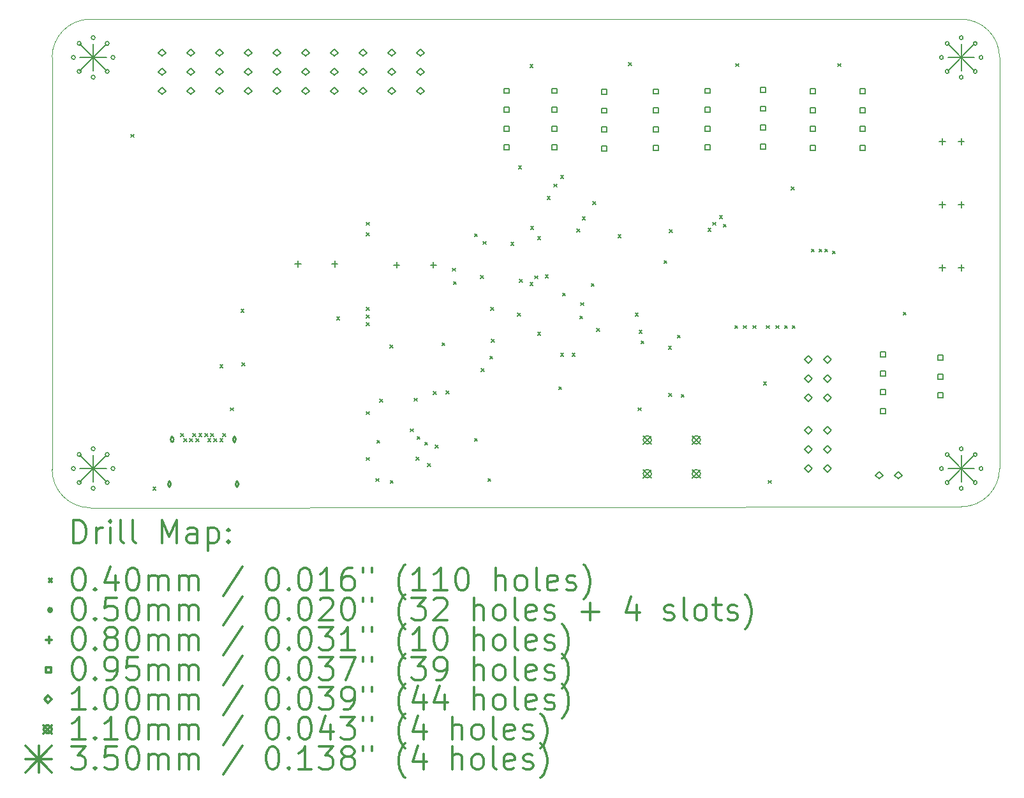
<source format=gbr>
%FSLAX45Y45*%
G04 Gerber Fmt 4.5, Leading zero omitted, Abs format (unit mm)*
G04 Created by KiCad (PCBNEW (5.1.9)-1) date 2021-03-02 01:46:53*
%MOMM*%
%LPD*%
G01*
G04 APERTURE LIST*
%TA.AperFunction,Profile*%
%ADD10C,0.050000*%
%TD*%
%ADD11C,0.200000*%
%ADD12C,0.300000*%
G04 APERTURE END LIST*
D10*
X12319000Y-5334000D02*
X762000Y-5346700D01*
X12827000Y635000D02*
X12827000Y-4826000D01*
X762000Y1143000D02*
X12319000Y1143000D01*
X254000Y-4838700D02*
X254000Y635000D01*
X12319000Y1143000D02*
G75*
G02*
X12827000Y635000I0J-508000D01*
G01*
X254000Y635000D02*
G75*
G02*
X762000Y1143000I508000J0D01*
G01*
X762000Y-5346700D02*
G75*
G02*
X254000Y-4838700I0J508000D01*
G01*
X12827000Y-4826000D02*
G75*
G02*
X12319000Y-5334000I-508000J0D01*
G01*
D11*
X1300800Y-386400D02*
X1340800Y-426400D01*
X1340800Y-386400D02*
X1300800Y-426400D01*
X1592900Y-5072700D02*
X1632900Y-5112700D01*
X1632900Y-5072700D02*
X1592900Y-5112700D01*
X1960600Y-4358800D02*
X2000600Y-4398800D01*
X2000600Y-4358800D02*
X1960600Y-4398800D01*
X2000600Y-4428800D02*
X2040600Y-4468800D01*
X2040600Y-4428800D02*
X2000600Y-4468800D01*
X2080600Y-4428800D02*
X2120600Y-4468800D01*
X2120600Y-4428800D02*
X2080600Y-4468800D01*
X2120600Y-4358800D02*
X2160600Y-4398800D01*
X2160600Y-4358800D02*
X2120600Y-4398800D01*
X2160600Y-4428800D02*
X2200600Y-4468800D01*
X2200600Y-4428800D02*
X2160600Y-4468800D01*
X2200600Y-4358800D02*
X2240600Y-4398800D01*
X2240600Y-4358800D02*
X2200600Y-4398800D01*
X2280600Y-4358800D02*
X2320600Y-4398800D01*
X2320600Y-4358800D02*
X2280600Y-4398800D01*
X2320600Y-4428800D02*
X2360600Y-4468800D01*
X2360600Y-4428800D02*
X2320600Y-4468800D01*
X2360600Y-4358800D02*
X2400600Y-4398800D01*
X2400600Y-4358800D02*
X2360600Y-4398800D01*
X2400600Y-4428800D02*
X2440600Y-4468800D01*
X2440600Y-4428800D02*
X2400600Y-4468800D01*
X2480600Y-4428800D02*
X2520600Y-4468800D01*
X2520600Y-4428800D02*
X2480600Y-4468800D01*
X2481900Y-3447100D02*
X2521900Y-3487100D01*
X2521900Y-3447100D02*
X2481900Y-3487100D01*
X2520600Y-4358800D02*
X2560600Y-4398800D01*
X2560600Y-4358800D02*
X2520600Y-4398800D01*
X2621600Y-4018600D02*
X2661600Y-4058600D01*
X2661600Y-4018600D02*
X2621600Y-4058600D01*
X2761300Y-2710500D02*
X2801300Y-2750500D01*
X2801300Y-2710500D02*
X2761300Y-2750500D01*
X2774000Y-3421700D02*
X2814000Y-3461700D01*
X2814000Y-3421700D02*
X2774000Y-3461700D01*
X4031300Y-2812100D02*
X4071300Y-2852100D01*
X4071300Y-2812100D02*
X4031300Y-2852100D01*
X4425000Y-1554800D02*
X4465000Y-1594800D01*
X4465000Y-1554800D02*
X4425000Y-1594800D01*
X4425000Y-1694500D02*
X4465000Y-1734500D01*
X4465000Y-1694500D02*
X4425000Y-1734500D01*
X4425000Y-2685100D02*
X4465000Y-2725100D01*
X4465000Y-2685100D02*
X4425000Y-2725100D01*
X4425000Y-2786700D02*
X4465000Y-2826700D01*
X4465000Y-2786700D02*
X4425000Y-2826700D01*
X4425000Y-2888300D02*
X4465000Y-2928300D01*
X4465000Y-2888300D02*
X4425000Y-2928300D01*
X4425000Y-4069400D02*
X4465000Y-4109400D01*
X4465000Y-4069400D02*
X4425000Y-4109400D01*
X4425000Y-4679000D02*
X4465000Y-4719000D01*
X4465000Y-4679000D02*
X4425000Y-4719000D01*
X4552000Y-4958400D02*
X4592000Y-4998400D01*
X4592000Y-4958400D02*
X4552000Y-4998400D01*
X4564700Y-4450400D02*
X4604700Y-4490400D01*
X4604700Y-4450400D02*
X4564700Y-4490400D01*
X4602800Y-3904300D02*
X4642800Y-3944300D01*
X4642800Y-3904300D02*
X4602800Y-3944300D01*
X4736150Y-3186750D02*
X4776150Y-3226750D01*
X4776150Y-3186750D02*
X4736150Y-3226750D01*
X4742500Y-4983800D02*
X4782500Y-5023800D01*
X4782500Y-4983800D02*
X4742500Y-5023800D01*
X5009200Y-4298000D02*
X5049200Y-4338000D01*
X5049200Y-4298000D02*
X5009200Y-4338000D01*
X5060000Y-3891600D02*
X5100000Y-3931600D01*
X5100000Y-3891600D02*
X5060000Y-3931600D01*
X5082200Y-4675800D02*
X5122200Y-4715800D01*
X5122200Y-4675800D02*
X5082200Y-4715800D01*
X5098100Y-4399600D02*
X5138100Y-4439600D01*
X5138100Y-4399600D02*
X5098100Y-4439600D01*
X5199700Y-4475800D02*
X5239700Y-4515800D01*
X5239700Y-4475800D02*
X5199700Y-4515800D01*
X5237200Y-4755800D02*
X5277200Y-4795800D01*
X5277200Y-4755800D02*
X5237200Y-4795800D01*
X5314000Y-3802700D02*
X5354000Y-3842700D01*
X5354000Y-3802700D02*
X5314000Y-3842700D01*
X5341300Y-4515800D02*
X5381300Y-4555800D01*
X5381300Y-4515800D02*
X5341300Y-4555800D01*
X5428300Y-3155000D02*
X5468300Y-3195000D01*
X5468300Y-3155000D02*
X5428300Y-3195000D01*
X5479700Y-3790600D02*
X5519700Y-3830600D01*
X5519700Y-3790600D02*
X5479700Y-3830600D01*
X5568000Y-2164400D02*
X5608000Y-2204400D01*
X5608000Y-2164400D02*
X5568000Y-2204400D01*
X5580700Y-2342200D02*
X5620700Y-2382200D01*
X5620700Y-2342200D02*
X5580700Y-2382200D01*
X5860100Y-1707200D02*
X5900100Y-1747200D01*
X5900100Y-1707200D02*
X5860100Y-1747200D01*
X5860100Y-4425000D02*
X5900100Y-4465000D01*
X5900100Y-4425000D02*
X5860100Y-4465000D01*
X5938950Y-2263350D02*
X5978950Y-2303350D01*
X5978950Y-2263350D02*
X5938950Y-2303350D01*
X5949000Y-3497900D02*
X5989000Y-3537900D01*
X5989000Y-3497900D02*
X5949000Y-3537900D01*
X5974400Y-1808800D02*
X6014400Y-1848800D01*
X6014400Y-1808800D02*
X5974400Y-1848800D01*
X6037900Y-4958400D02*
X6077900Y-4998400D01*
X6077900Y-4958400D02*
X6037900Y-4998400D01*
X6063300Y-3332800D02*
X6103300Y-3372800D01*
X6103300Y-3332800D02*
X6063300Y-3372800D01*
X6076000Y-2685100D02*
X6116000Y-2725100D01*
X6116000Y-2685100D02*
X6076000Y-2725100D01*
X6080601Y-3108801D02*
X6120601Y-3148801D01*
X6120601Y-3108801D02*
X6080601Y-3148801D01*
X6342700Y-1821500D02*
X6382700Y-1861500D01*
X6382700Y-1821500D02*
X6342700Y-1861500D01*
X6431600Y-2761300D02*
X6471600Y-2801300D01*
X6471600Y-2761300D02*
X6431600Y-2801300D01*
X6444300Y-805500D02*
X6484300Y-845500D01*
X6484300Y-805500D02*
X6444300Y-845500D01*
X6453856Y-2313656D02*
X6493856Y-2353656D01*
X6493856Y-2313656D02*
X6453856Y-2353656D01*
X6596700Y540700D02*
X6636700Y500700D01*
X6636700Y540700D02*
X6596700Y500700D01*
X6596700Y-2354900D02*
X6636700Y-2394900D01*
X6636700Y-2354900D02*
X6596700Y-2394900D01*
X6603050Y-1611950D02*
X6643050Y-1651950D01*
X6643050Y-1611950D02*
X6603050Y-1651950D01*
X6660200Y-2266000D02*
X6700200Y-2306000D01*
X6700200Y-2266000D02*
X6660200Y-2306000D01*
X6698300Y-1745300D02*
X6738300Y-1785300D01*
X6738300Y-1745300D02*
X6698300Y-1785300D01*
X6698300Y-3015300D02*
X6738300Y-3055300D01*
X6738300Y-3015300D02*
X6698300Y-3055300D01*
X6799900Y-2253300D02*
X6839900Y-2293300D01*
X6839900Y-2253300D02*
X6799900Y-2293300D01*
X6825300Y-1211900D02*
X6865300Y-1251900D01*
X6865300Y-1211900D02*
X6825300Y-1251900D01*
X6914200Y-1046800D02*
X6954200Y-1086800D01*
X6954200Y-1046800D02*
X6914200Y-1086800D01*
X6977700Y-3739200D02*
X7017700Y-3779200D01*
X7017700Y-3739200D02*
X6977700Y-3779200D01*
X7003100Y-932500D02*
X7043100Y-972500D01*
X7043100Y-932500D02*
X7003100Y-972500D01*
X7003100Y-3294700D02*
X7043100Y-3334700D01*
X7043100Y-3294700D02*
X7003100Y-3334700D01*
X7028500Y-2494600D02*
X7068500Y-2534600D01*
X7068500Y-2494600D02*
X7028500Y-2534600D01*
X7155500Y-3294700D02*
X7195500Y-3334700D01*
X7195500Y-3294700D02*
X7155500Y-3334700D01*
X7219000Y-1643700D02*
X7259000Y-1683700D01*
X7259000Y-1643700D02*
X7219000Y-1683700D01*
X7257100Y-2799400D02*
X7297100Y-2839400D01*
X7297100Y-2799400D02*
X7257100Y-2839400D01*
X7269800Y-2621600D02*
X7309800Y-2661600D01*
X7309800Y-2621600D02*
X7269800Y-2661600D01*
X7288850Y-1484950D02*
X7328850Y-1524950D01*
X7328850Y-1484950D02*
X7288850Y-1524950D01*
X7409500Y-2367600D02*
X7449500Y-2407600D01*
X7449500Y-2367600D02*
X7409500Y-2407600D01*
X7428500Y-1281700D02*
X7468500Y-1321700D01*
X7468500Y-1281700D02*
X7428500Y-1321700D01*
X7482500Y-2961300D02*
X7522500Y-3001300D01*
X7522500Y-2961300D02*
X7482500Y-3001300D01*
X7765100Y-1719900D02*
X7805100Y-1759900D01*
X7805100Y-1719900D02*
X7765100Y-1759900D01*
X7901800Y566100D02*
X7941800Y526100D01*
X7941800Y566100D02*
X7901800Y526100D01*
X7993700Y-2761300D02*
X8033700Y-2801300D01*
X8033700Y-2761300D02*
X7993700Y-2801300D01*
X8031800Y-4018600D02*
X8071800Y-4058600D01*
X8071800Y-4018600D02*
X8031800Y-4058600D01*
X8044500Y-2989900D02*
X8084500Y-3029900D01*
X8084500Y-2989900D02*
X8044500Y-3029900D01*
X8069900Y-3129600D02*
X8109900Y-3169600D01*
X8109900Y-3129600D02*
X8069900Y-3169600D01*
X8374700Y-2062800D02*
X8414700Y-2102800D01*
X8414700Y-2062800D02*
X8374700Y-2102800D01*
X8431850Y-3199450D02*
X8471850Y-3239450D01*
X8471850Y-3199450D02*
X8431850Y-3239450D01*
X8438200Y-3828100D02*
X8478200Y-3868100D01*
X8478200Y-3828100D02*
X8438200Y-3868100D01*
X8444550Y-1650050D02*
X8484550Y-1690050D01*
X8484550Y-1650050D02*
X8444550Y-1690050D01*
X8552500Y-3053400D02*
X8592500Y-3093400D01*
X8592500Y-3053400D02*
X8552500Y-3093400D01*
X8603300Y-3840800D02*
X8643300Y-3880800D01*
X8643300Y-3840800D02*
X8603300Y-3880800D01*
X8958000Y-1631900D02*
X8998000Y-1671900D01*
X8998000Y-1631900D02*
X8958000Y-1671900D01*
X9022400Y-1554800D02*
X9062400Y-1594800D01*
X9062400Y-1554800D02*
X9022400Y-1594800D01*
X9111300Y-1465900D02*
X9151300Y-1505900D01*
X9151300Y-1465900D02*
X9111300Y-1505900D01*
X9162100Y-1580200D02*
X9202100Y-1620200D01*
X9202100Y-1580200D02*
X9162100Y-1620200D01*
X9314500Y-2926400D02*
X9354500Y-2966400D01*
X9354500Y-2926400D02*
X9314500Y-2966400D01*
X9327200Y553400D02*
X9367200Y513400D01*
X9367200Y553400D02*
X9327200Y513400D01*
X9428800Y-2926400D02*
X9468800Y-2966400D01*
X9468800Y-2926400D02*
X9428800Y-2966400D01*
X9555800Y-2926400D02*
X9595800Y-2966400D01*
X9595800Y-2926400D02*
X9555800Y-2966400D01*
X9695500Y-3675700D02*
X9735500Y-3715700D01*
X9735500Y-3675700D02*
X9695500Y-3715700D01*
X9733600Y-2926400D02*
X9773600Y-2966400D01*
X9773600Y-2926400D02*
X9733600Y-2966400D01*
X9759000Y-4983800D02*
X9799000Y-5023800D01*
X9799000Y-4983800D02*
X9759000Y-5023800D01*
X9860600Y-2926400D02*
X9900600Y-2966400D01*
X9900600Y-2926400D02*
X9860600Y-2966400D01*
X9974900Y-2926400D02*
X10014900Y-2966400D01*
X10014900Y-2926400D02*
X9974900Y-2966400D01*
X10063800Y-1084900D02*
X10103800Y-1124900D01*
X10103800Y-1084900D02*
X10063800Y-1124900D01*
X10076500Y-2926400D02*
X10116500Y-2966400D01*
X10116500Y-2926400D02*
X10076500Y-2966400D01*
X10330500Y-1910400D02*
X10370500Y-1950400D01*
X10370500Y-1910400D02*
X10330500Y-1950400D01*
X10432100Y-1910400D02*
X10472100Y-1950400D01*
X10472100Y-1910400D02*
X10432100Y-1950400D01*
X10508300Y-1910400D02*
X10548300Y-1950400D01*
X10548300Y-1910400D02*
X10508300Y-1950400D01*
X10609900Y-1935800D02*
X10649900Y-1975800D01*
X10649900Y-1935800D02*
X10609900Y-1975800D01*
X10683100Y553400D02*
X10723100Y513400D01*
X10723100Y553400D02*
X10683100Y513400D01*
X11549700Y-2748600D02*
X11589700Y-2788600D01*
X11589700Y-2748600D02*
X11549700Y-2788600D01*
X562600Y635000D02*
G75*
G03*
X562600Y635000I-25000J0D01*
G01*
X562600Y-4826000D02*
G75*
G03*
X562600Y-4826000I-25000J0D01*
G01*
X639485Y820615D02*
G75*
G03*
X639485Y820615I-25000J0D01*
G01*
X639485Y449384D02*
G75*
G03*
X639485Y449384I-25000J0D01*
G01*
X639485Y-4640385D02*
G75*
G03*
X639485Y-4640385I-25000J0D01*
G01*
X639485Y-5011616D02*
G75*
G03*
X639485Y-5011616I-25000J0D01*
G01*
X825100Y897500D02*
G75*
G03*
X825100Y897500I-25000J0D01*
G01*
X825100Y372500D02*
G75*
G03*
X825100Y372500I-25000J0D01*
G01*
X825100Y-4563500D02*
G75*
G03*
X825100Y-4563500I-25000J0D01*
G01*
X825100Y-5088500D02*
G75*
G03*
X825100Y-5088500I-25000J0D01*
G01*
X1010715Y820615D02*
G75*
G03*
X1010715Y820615I-25000J0D01*
G01*
X1010715Y449384D02*
G75*
G03*
X1010715Y449384I-25000J0D01*
G01*
X1010715Y-4640385D02*
G75*
G03*
X1010715Y-4640385I-25000J0D01*
G01*
X1010715Y-5011616D02*
G75*
G03*
X1010715Y-5011616I-25000J0D01*
G01*
X1087600Y635000D02*
G75*
G03*
X1087600Y635000I-25000J0D01*
G01*
X1087600Y-4826000D02*
G75*
G03*
X1087600Y-4826000I-25000J0D01*
G01*
X1836600Y-5033800D02*
G75*
G03*
X1836600Y-5033800I-25000J0D01*
G01*
X1796600Y-5003800D02*
X1796600Y-5063800D01*
X1826600Y-5003800D02*
X1826600Y-5063800D01*
X1796600Y-5063800D02*
G75*
G03*
X1826600Y-5063800I15000J0D01*
G01*
X1826600Y-5003800D02*
G75*
G03*
X1796600Y-5003800I-15000J0D01*
G01*
X1872600Y-4438800D02*
G75*
G03*
X1872600Y-4438800I-25000J0D01*
G01*
X1832600Y-4408800D02*
X1832600Y-4468800D01*
X1862600Y-4408800D02*
X1862600Y-4468800D01*
X1832600Y-4468800D02*
G75*
G03*
X1862600Y-4468800I15000J0D01*
G01*
X1862600Y-4408800D02*
G75*
G03*
X1832600Y-4408800I-15000J0D01*
G01*
X2698600Y-4438800D02*
G75*
G03*
X2698600Y-4438800I-25000J0D01*
G01*
X2658600Y-4408800D02*
X2658600Y-4468800D01*
X2688600Y-4408800D02*
X2688600Y-4468800D01*
X2658600Y-4468800D02*
G75*
G03*
X2688600Y-4468800I15000J0D01*
G01*
X2688600Y-4408800D02*
G75*
G03*
X2658600Y-4408800I-15000J0D01*
G01*
X2734600Y-5033800D02*
G75*
G03*
X2734600Y-5033800I-25000J0D01*
G01*
X2694600Y-5003800D02*
X2694600Y-5063800D01*
X2724600Y-5003800D02*
X2724600Y-5063800D01*
X2694600Y-5063800D02*
G75*
G03*
X2724600Y-5063800I15000J0D01*
G01*
X2724600Y-5003800D02*
G75*
G03*
X2694600Y-5003800I-15000J0D01*
G01*
X12081500Y635000D02*
G75*
G03*
X12081500Y635000I-25000J0D01*
G01*
X12081500Y-4826000D02*
G75*
G03*
X12081500Y-4826000I-25000J0D01*
G01*
X12158384Y820615D02*
G75*
G03*
X12158384Y820615I-25000J0D01*
G01*
X12158384Y449384D02*
G75*
G03*
X12158384Y449384I-25000J0D01*
G01*
X12158384Y-4640385D02*
G75*
G03*
X12158384Y-4640385I-25000J0D01*
G01*
X12158384Y-5011616D02*
G75*
G03*
X12158384Y-5011616I-25000J0D01*
G01*
X12344000Y897500D02*
G75*
G03*
X12344000Y897500I-25000J0D01*
G01*
X12344000Y372500D02*
G75*
G03*
X12344000Y372500I-25000J0D01*
G01*
X12344000Y-4563500D02*
G75*
G03*
X12344000Y-4563500I-25000J0D01*
G01*
X12344000Y-5088500D02*
G75*
G03*
X12344000Y-5088500I-25000J0D01*
G01*
X12529615Y820615D02*
G75*
G03*
X12529615Y820615I-25000J0D01*
G01*
X12529615Y449384D02*
G75*
G03*
X12529615Y449384I-25000J0D01*
G01*
X12529615Y-4640385D02*
G75*
G03*
X12529615Y-4640385I-25000J0D01*
G01*
X12529615Y-5011616D02*
G75*
G03*
X12529615Y-5011616I-25000J0D01*
G01*
X12606500Y635000D02*
G75*
G03*
X12606500Y635000I-25000J0D01*
G01*
X12606500Y-4826000D02*
G75*
G03*
X12606500Y-4826000I-25000J0D01*
G01*
X3517900Y-2068200D02*
X3517900Y-2148200D01*
X3477900Y-2108200D02*
X3557900Y-2108200D01*
X4005900Y-2068200D02*
X4005900Y-2148200D01*
X3965900Y-2108200D02*
X4045900Y-2108200D01*
X4826000Y-2080900D02*
X4826000Y-2160900D01*
X4786000Y-2120900D02*
X4866000Y-2120900D01*
X5314000Y-2080900D02*
X5314000Y-2160900D01*
X5274000Y-2120900D02*
X5354000Y-2120900D01*
X12069000Y-442600D02*
X12069000Y-522600D01*
X12029000Y-482600D02*
X12109000Y-482600D01*
X12069000Y-1280800D02*
X12069000Y-1360800D01*
X12029000Y-1320800D02*
X12109000Y-1320800D01*
X12069000Y-2119000D02*
X12069000Y-2199000D01*
X12029000Y-2159000D02*
X12109000Y-2159000D01*
X12319000Y-442600D02*
X12319000Y-522600D01*
X12279000Y-482600D02*
X12359000Y-482600D01*
X12319000Y-1280800D02*
X12319000Y-1360800D01*
X12279000Y-1320800D02*
X12359000Y-1320800D01*
X12319000Y-2119000D02*
X12319000Y-2199000D01*
X12279000Y-2159000D02*
X12359000Y-2159000D01*
X6320088Y157612D02*
X6320088Y224788D01*
X6252912Y224788D01*
X6252912Y157612D01*
X6320088Y157612D01*
X6320088Y-92388D02*
X6320088Y-25212D01*
X6252912Y-25212D01*
X6252912Y-92388D01*
X6320088Y-92388D01*
X6320088Y-342388D02*
X6320088Y-275212D01*
X6252912Y-275212D01*
X6252912Y-342388D01*
X6320088Y-342388D01*
X6320088Y-592388D02*
X6320088Y-525212D01*
X6252912Y-525212D01*
X6252912Y-592388D01*
X6320088Y-592388D01*
X6955088Y157612D02*
X6955088Y224788D01*
X6887912Y224788D01*
X6887912Y157612D01*
X6955088Y157612D01*
X6955088Y-92388D02*
X6955088Y-25212D01*
X6887912Y-25212D01*
X6887912Y-92388D01*
X6955088Y-92388D01*
X6955088Y-342388D02*
X6955088Y-275212D01*
X6887912Y-275212D01*
X6887912Y-342388D01*
X6955088Y-342388D01*
X6955088Y-592388D02*
X6955088Y-525212D01*
X6887912Y-525212D01*
X6887912Y-592388D01*
X6955088Y-592388D01*
X7615488Y144912D02*
X7615488Y212088D01*
X7548312Y212088D01*
X7548312Y144912D01*
X7615488Y144912D01*
X7615488Y-105088D02*
X7615488Y-37912D01*
X7548312Y-37912D01*
X7548312Y-105088D01*
X7615488Y-105088D01*
X7615488Y-355088D02*
X7615488Y-287912D01*
X7548312Y-287912D01*
X7548312Y-355088D01*
X7615488Y-355088D01*
X7615488Y-605088D02*
X7615488Y-537912D01*
X7548312Y-537912D01*
X7548312Y-605088D01*
X7615488Y-605088D01*
X8301288Y148912D02*
X8301288Y216088D01*
X8234112Y216088D01*
X8234112Y148912D01*
X8301288Y148912D01*
X8301288Y-101088D02*
X8301288Y-33912D01*
X8234112Y-33912D01*
X8234112Y-101088D01*
X8301288Y-101088D01*
X8301288Y-351088D02*
X8301288Y-283912D01*
X8234112Y-283912D01*
X8234112Y-351088D01*
X8301288Y-351088D01*
X8301288Y-601088D02*
X8301288Y-533912D01*
X8234112Y-533912D01*
X8234112Y-601088D01*
X8301288Y-601088D01*
X8987088Y157612D02*
X8987088Y224788D01*
X8919912Y224788D01*
X8919912Y157612D01*
X8987088Y157612D01*
X8987088Y-92388D02*
X8987088Y-25212D01*
X8919912Y-25212D01*
X8919912Y-92388D01*
X8987088Y-92388D01*
X8987088Y-342388D02*
X8987088Y-275212D01*
X8919912Y-275212D01*
X8919912Y-342388D01*
X8987088Y-342388D01*
X8987088Y-592388D02*
X8987088Y-525212D01*
X8919912Y-525212D01*
X8919912Y-592388D01*
X8987088Y-592388D01*
X9723688Y170312D02*
X9723688Y237488D01*
X9656512Y237488D01*
X9656512Y170312D01*
X9723688Y170312D01*
X9723688Y-79688D02*
X9723688Y-12512D01*
X9656512Y-12512D01*
X9656512Y-79688D01*
X9723688Y-79688D01*
X9723688Y-329688D02*
X9723688Y-262512D01*
X9656512Y-262512D01*
X9656512Y-329688D01*
X9723688Y-329688D01*
X9723688Y-579688D02*
X9723688Y-512512D01*
X9656512Y-512512D01*
X9656512Y-579688D01*
X9723688Y-579688D01*
X10384088Y152912D02*
X10384088Y220088D01*
X10316912Y220088D01*
X10316912Y152912D01*
X10384088Y152912D01*
X10384088Y-97088D02*
X10384088Y-29912D01*
X10316912Y-29912D01*
X10316912Y-97088D01*
X10384088Y-97088D01*
X10384088Y-347088D02*
X10384088Y-279912D01*
X10316912Y-279912D01*
X10316912Y-347088D01*
X10384088Y-347088D01*
X10384088Y-597088D02*
X10384088Y-529912D01*
X10316912Y-529912D01*
X10316912Y-597088D01*
X10384088Y-597088D01*
X11044488Y152912D02*
X11044488Y220088D01*
X10977312Y220088D01*
X10977312Y152912D01*
X11044488Y152912D01*
X11044488Y-97088D02*
X11044488Y-29912D01*
X10977312Y-29912D01*
X10977312Y-97088D01*
X11044488Y-97088D01*
X11044488Y-347088D02*
X11044488Y-279912D01*
X10977312Y-279912D01*
X10977312Y-347088D01*
X11044488Y-347088D01*
X11044488Y-597088D02*
X11044488Y-529912D01*
X10977312Y-529912D01*
X10977312Y-597088D01*
X11044488Y-597088D01*
X11311188Y-3343588D02*
X11311188Y-3276412D01*
X11244012Y-3276412D01*
X11244012Y-3343588D01*
X11311188Y-3343588D01*
X11311188Y-3593588D02*
X11311188Y-3526412D01*
X11244012Y-3526412D01*
X11244012Y-3593588D01*
X11311188Y-3593588D01*
X11311188Y-3843588D02*
X11311188Y-3776412D01*
X11244012Y-3776412D01*
X11244012Y-3843588D01*
X11311188Y-3843588D01*
X11311188Y-4093588D02*
X11311188Y-4026412D01*
X11244012Y-4026412D01*
X11244012Y-4093588D01*
X11311188Y-4093588D01*
X12073188Y-3386388D02*
X12073188Y-3319212D01*
X12006012Y-3319212D01*
X12006012Y-3386388D01*
X12073188Y-3386388D01*
X12073188Y-3636388D02*
X12073188Y-3569212D01*
X12006012Y-3569212D01*
X12006012Y-3636388D01*
X12073188Y-3636388D01*
X12073188Y-3886388D02*
X12073188Y-3819212D01*
X12006012Y-3819212D01*
X12006012Y-3886388D01*
X12073188Y-3886388D01*
X1714500Y648500D02*
X1764500Y698500D01*
X1714500Y748500D01*
X1664500Y698500D01*
X1714500Y648500D01*
X1714500Y394500D02*
X1764500Y444500D01*
X1714500Y494500D01*
X1664500Y444500D01*
X1714500Y394500D01*
X1714500Y140500D02*
X1764500Y190500D01*
X1714500Y240500D01*
X1664500Y190500D01*
X1714500Y140500D01*
X2095500Y648500D02*
X2145500Y698500D01*
X2095500Y748500D01*
X2045500Y698500D01*
X2095500Y648500D01*
X2095500Y394500D02*
X2145500Y444500D01*
X2095500Y494500D01*
X2045500Y444500D01*
X2095500Y394500D01*
X2095500Y140500D02*
X2145500Y190500D01*
X2095500Y240500D01*
X2045500Y190500D01*
X2095500Y140500D01*
X2476500Y648500D02*
X2526500Y698500D01*
X2476500Y748500D01*
X2426500Y698500D01*
X2476500Y648500D01*
X2476500Y394500D02*
X2526500Y444500D01*
X2476500Y494500D01*
X2426500Y444500D01*
X2476500Y394500D01*
X2476500Y140500D02*
X2526500Y190500D01*
X2476500Y240500D01*
X2426500Y190500D01*
X2476500Y140500D01*
X2857500Y648500D02*
X2907500Y698500D01*
X2857500Y748500D01*
X2807500Y698500D01*
X2857500Y648500D01*
X2857500Y394500D02*
X2907500Y444500D01*
X2857500Y494500D01*
X2807500Y444500D01*
X2857500Y394500D01*
X2857500Y140500D02*
X2907500Y190500D01*
X2857500Y240500D01*
X2807500Y190500D01*
X2857500Y140500D01*
X3238500Y648500D02*
X3288500Y698500D01*
X3238500Y748500D01*
X3188500Y698500D01*
X3238500Y648500D01*
X3238500Y394500D02*
X3288500Y444500D01*
X3238500Y494500D01*
X3188500Y444500D01*
X3238500Y394500D01*
X3238500Y140500D02*
X3288500Y190500D01*
X3238500Y240500D01*
X3188500Y190500D01*
X3238500Y140500D01*
X3619500Y648500D02*
X3669500Y698500D01*
X3619500Y748500D01*
X3569500Y698500D01*
X3619500Y648500D01*
X3619500Y394500D02*
X3669500Y444500D01*
X3619500Y494500D01*
X3569500Y444500D01*
X3619500Y394500D01*
X3619500Y140500D02*
X3669500Y190500D01*
X3619500Y240500D01*
X3569500Y190500D01*
X3619500Y140500D01*
X4000500Y648500D02*
X4050500Y698500D01*
X4000500Y748500D01*
X3950500Y698500D01*
X4000500Y648500D01*
X4000500Y394500D02*
X4050500Y444500D01*
X4000500Y494500D01*
X3950500Y444500D01*
X4000500Y394500D01*
X4000500Y140500D02*
X4050500Y190500D01*
X4000500Y240500D01*
X3950500Y190500D01*
X4000500Y140500D01*
X4381500Y648500D02*
X4431500Y698500D01*
X4381500Y748500D01*
X4331500Y698500D01*
X4381500Y648500D01*
X4381500Y394500D02*
X4431500Y444500D01*
X4381500Y494500D01*
X4331500Y444500D01*
X4381500Y394500D01*
X4381500Y140500D02*
X4431500Y190500D01*
X4381500Y240500D01*
X4331500Y190500D01*
X4381500Y140500D01*
X4762500Y648500D02*
X4812500Y698500D01*
X4762500Y748500D01*
X4712500Y698500D01*
X4762500Y648500D01*
X4762500Y394500D02*
X4812500Y444500D01*
X4762500Y494500D01*
X4712500Y444500D01*
X4762500Y394500D01*
X4762500Y140500D02*
X4812500Y190500D01*
X4762500Y240500D01*
X4712500Y190500D01*
X4762500Y140500D01*
X5143500Y648500D02*
X5193500Y698500D01*
X5143500Y748500D01*
X5093500Y698500D01*
X5143500Y648500D01*
X5143500Y394500D02*
X5193500Y444500D01*
X5143500Y494500D01*
X5093500Y444500D01*
X5143500Y394500D01*
X5143500Y140500D02*
X5193500Y190500D01*
X5143500Y240500D01*
X5093500Y190500D01*
X5143500Y140500D01*
X10287000Y-3428200D02*
X10337000Y-3378200D01*
X10287000Y-3328200D01*
X10237000Y-3378200D01*
X10287000Y-3428200D01*
X10287000Y-3682200D02*
X10337000Y-3632200D01*
X10287000Y-3582200D01*
X10237000Y-3632200D01*
X10287000Y-3682200D01*
X10287000Y-3936200D02*
X10337000Y-3886200D01*
X10287000Y-3836200D01*
X10237000Y-3886200D01*
X10287000Y-3936200D01*
X10287000Y-4368000D02*
X10337000Y-4318000D01*
X10287000Y-4268000D01*
X10237000Y-4318000D01*
X10287000Y-4368000D01*
X10287000Y-4622000D02*
X10337000Y-4572000D01*
X10287000Y-4522000D01*
X10237000Y-4572000D01*
X10287000Y-4622000D01*
X10287000Y-4876000D02*
X10337000Y-4826000D01*
X10287000Y-4776000D01*
X10237000Y-4826000D01*
X10287000Y-4876000D01*
X10541000Y-3428200D02*
X10591000Y-3378200D01*
X10541000Y-3328200D01*
X10491000Y-3378200D01*
X10541000Y-3428200D01*
X10541000Y-3682200D02*
X10591000Y-3632200D01*
X10541000Y-3582200D01*
X10491000Y-3632200D01*
X10541000Y-3682200D01*
X10541000Y-3936200D02*
X10591000Y-3886200D01*
X10541000Y-3836200D01*
X10491000Y-3886200D01*
X10541000Y-3936200D01*
X10541000Y-4368000D02*
X10591000Y-4318000D01*
X10541000Y-4268000D01*
X10491000Y-4318000D01*
X10541000Y-4368000D01*
X10541000Y-4622000D02*
X10591000Y-4572000D01*
X10541000Y-4522000D01*
X10491000Y-4572000D01*
X10541000Y-4622000D01*
X10541000Y-4876000D02*
X10591000Y-4826000D01*
X10541000Y-4776000D01*
X10491000Y-4826000D01*
X10541000Y-4876000D01*
X11226800Y-4964900D02*
X11276800Y-4914900D01*
X11226800Y-4864900D01*
X11176800Y-4914900D01*
X11226800Y-4964900D01*
X11480800Y-4964900D02*
X11530800Y-4914900D01*
X11480800Y-4864900D01*
X11430800Y-4914900D01*
X11480800Y-4964900D01*
X8098400Y-4390000D02*
X8208400Y-4500000D01*
X8208400Y-4390000D02*
X8098400Y-4500000D01*
X8208400Y-4445000D02*
G75*
G03*
X8208400Y-4445000I-55000J0D01*
G01*
X8098400Y-4840000D02*
X8208400Y-4950000D01*
X8208400Y-4840000D02*
X8098400Y-4950000D01*
X8208400Y-4895000D02*
G75*
G03*
X8208400Y-4895000I-55000J0D01*
G01*
X8748400Y-4390000D02*
X8858400Y-4500000D01*
X8858400Y-4390000D02*
X8748400Y-4500000D01*
X8858400Y-4445000D02*
G75*
G03*
X8858400Y-4445000I-55000J0D01*
G01*
X8748400Y-4840000D02*
X8858400Y-4950000D01*
X8858400Y-4840000D02*
X8748400Y-4950000D01*
X8858400Y-4895000D02*
G75*
G03*
X8858400Y-4895000I-55000J0D01*
G01*
X625100Y810000D02*
X975100Y460000D01*
X975100Y810000D02*
X625100Y460000D01*
X800100Y810000D02*
X800100Y460000D01*
X625100Y635000D02*
X975100Y635000D01*
X625100Y-4651000D02*
X975100Y-5001000D01*
X975100Y-4651000D02*
X625100Y-5001000D01*
X800100Y-4651000D02*
X800100Y-5001000D01*
X625100Y-4826000D02*
X975100Y-4826000D01*
X12144000Y810000D02*
X12494000Y460000D01*
X12494000Y810000D02*
X12144000Y460000D01*
X12319000Y810000D02*
X12319000Y460000D01*
X12144000Y635000D02*
X12494000Y635000D01*
X12144000Y-4651000D02*
X12494000Y-5001000D01*
X12494000Y-4651000D02*
X12144000Y-5001000D01*
X12319000Y-4651000D02*
X12319000Y-5001000D01*
X12144000Y-4826000D02*
X12494000Y-4826000D01*
D12*
X537928Y-5814914D02*
X537928Y-5514914D01*
X609357Y-5514914D01*
X652214Y-5529200D01*
X680786Y-5557772D01*
X695071Y-5586343D01*
X709357Y-5643486D01*
X709357Y-5686343D01*
X695071Y-5743486D01*
X680786Y-5772057D01*
X652214Y-5800629D01*
X609357Y-5814914D01*
X537928Y-5814914D01*
X837928Y-5814914D02*
X837928Y-5614914D01*
X837928Y-5672057D02*
X852214Y-5643486D01*
X866500Y-5629200D01*
X895071Y-5614914D01*
X923643Y-5614914D01*
X1023643Y-5814914D02*
X1023643Y-5614914D01*
X1023643Y-5514914D02*
X1009357Y-5529200D01*
X1023643Y-5543486D01*
X1037928Y-5529200D01*
X1023643Y-5514914D01*
X1023643Y-5543486D01*
X1209357Y-5814914D02*
X1180786Y-5800629D01*
X1166500Y-5772057D01*
X1166500Y-5514914D01*
X1366500Y-5814914D02*
X1337928Y-5800629D01*
X1323643Y-5772057D01*
X1323643Y-5514914D01*
X1709357Y-5814914D02*
X1709357Y-5514914D01*
X1809357Y-5729200D01*
X1909357Y-5514914D01*
X1909357Y-5814914D01*
X2180786Y-5814914D02*
X2180786Y-5657771D01*
X2166500Y-5629200D01*
X2137928Y-5614914D01*
X2080786Y-5614914D01*
X2052214Y-5629200D01*
X2180786Y-5800629D02*
X2152214Y-5814914D01*
X2080786Y-5814914D01*
X2052214Y-5800629D01*
X2037928Y-5772057D01*
X2037928Y-5743486D01*
X2052214Y-5714914D01*
X2080786Y-5700629D01*
X2152214Y-5700629D01*
X2180786Y-5686343D01*
X2323643Y-5614914D02*
X2323643Y-5914914D01*
X2323643Y-5629200D02*
X2352214Y-5614914D01*
X2409357Y-5614914D01*
X2437928Y-5629200D01*
X2452214Y-5643486D01*
X2466500Y-5672057D01*
X2466500Y-5757771D01*
X2452214Y-5786343D01*
X2437928Y-5800629D01*
X2409357Y-5814914D01*
X2352214Y-5814914D01*
X2323643Y-5800629D01*
X2595071Y-5786343D02*
X2609357Y-5800629D01*
X2595071Y-5814914D01*
X2580786Y-5800629D01*
X2595071Y-5786343D01*
X2595071Y-5814914D01*
X2595071Y-5629200D02*
X2609357Y-5643486D01*
X2595071Y-5657771D01*
X2580786Y-5643486D01*
X2595071Y-5629200D01*
X2595071Y-5657771D01*
X211500Y-6289200D02*
X251500Y-6329200D01*
X251500Y-6289200D02*
X211500Y-6329200D01*
X595071Y-6144914D02*
X623643Y-6144914D01*
X652214Y-6159200D01*
X666500Y-6173486D01*
X680786Y-6202057D01*
X695071Y-6259200D01*
X695071Y-6330629D01*
X680786Y-6387771D01*
X666500Y-6416343D01*
X652214Y-6430629D01*
X623643Y-6444914D01*
X595071Y-6444914D01*
X566500Y-6430629D01*
X552214Y-6416343D01*
X537928Y-6387771D01*
X523643Y-6330629D01*
X523643Y-6259200D01*
X537928Y-6202057D01*
X552214Y-6173486D01*
X566500Y-6159200D01*
X595071Y-6144914D01*
X823643Y-6416343D02*
X837928Y-6430629D01*
X823643Y-6444914D01*
X809357Y-6430629D01*
X823643Y-6416343D01*
X823643Y-6444914D01*
X1095071Y-6244914D02*
X1095071Y-6444914D01*
X1023643Y-6130629D02*
X952214Y-6344914D01*
X1137928Y-6344914D01*
X1309357Y-6144914D02*
X1337928Y-6144914D01*
X1366500Y-6159200D01*
X1380786Y-6173486D01*
X1395071Y-6202057D01*
X1409357Y-6259200D01*
X1409357Y-6330629D01*
X1395071Y-6387771D01*
X1380786Y-6416343D01*
X1366500Y-6430629D01*
X1337928Y-6444914D01*
X1309357Y-6444914D01*
X1280786Y-6430629D01*
X1266500Y-6416343D01*
X1252214Y-6387771D01*
X1237928Y-6330629D01*
X1237928Y-6259200D01*
X1252214Y-6202057D01*
X1266500Y-6173486D01*
X1280786Y-6159200D01*
X1309357Y-6144914D01*
X1537928Y-6444914D02*
X1537928Y-6244914D01*
X1537928Y-6273486D02*
X1552214Y-6259200D01*
X1580786Y-6244914D01*
X1623643Y-6244914D01*
X1652214Y-6259200D01*
X1666500Y-6287771D01*
X1666500Y-6444914D01*
X1666500Y-6287771D02*
X1680786Y-6259200D01*
X1709357Y-6244914D01*
X1752214Y-6244914D01*
X1780786Y-6259200D01*
X1795071Y-6287771D01*
X1795071Y-6444914D01*
X1937928Y-6444914D02*
X1937928Y-6244914D01*
X1937928Y-6273486D02*
X1952214Y-6259200D01*
X1980786Y-6244914D01*
X2023643Y-6244914D01*
X2052214Y-6259200D01*
X2066500Y-6287771D01*
X2066500Y-6444914D01*
X2066500Y-6287771D02*
X2080786Y-6259200D01*
X2109357Y-6244914D01*
X2152214Y-6244914D01*
X2180786Y-6259200D01*
X2195071Y-6287771D01*
X2195071Y-6444914D01*
X2780786Y-6130629D02*
X2523643Y-6516343D01*
X3166500Y-6144914D02*
X3195071Y-6144914D01*
X3223643Y-6159200D01*
X3237928Y-6173486D01*
X3252214Y-6202057D01*
X3266500Y-6259200D01*
X3266500Y-6330629D01*
X3252214Y-6387771D01*
X3237928Y-6416343D01*
X3223643Y-6430629D01*
X3195071Y-6444914D01*
X3166500Y-6444914D01*
X3137928Y-6430629D01*
X3123643Y-6416343D01*
X3109357Y-6387771D01*
X3095071Y-6330629D01*
X3095071Y-6259200D01*
X3109357Y-6202057D01*
X3123643Y-6173486D01*
X3137928Y-6159200D01*
X3166500Y-6144914D01*
X3395071Y-6416343D02*
X3409357Y-6430629D01*
X3395071Y-6444914D01*
X3380786Y-6430629D01*
X3395071Y-6416343D01*
X3395071Y-6444914D01*
X3595071Y-6144914D02*
X3623643Y-6144914D01*
X3652214Y-6159200D01*
X3666500Y-6173486D01*
X3680786Y-6202057D01*
X3695071Y-6259200D01*
X3695071Y-6330629D01*
X3680786Y-6387771D01*
X3666500Y-6416343D01*
X3652214Y-6430629D01*
X3623643Y-6444914D01*
X3595071Y-6444914D01*
X3566500Y-6430629D01*
X3552214Y-6416343D01*
X3537928Y-6387771D01*
X3523643Y-6330629D01*
X3523643Y-6259200D01*
X3537928Y-6202057D01*
X3552214Y-6173486D01*
X3566500Y-6159200D01*
X3595071Y-6144914D01*
X3980786Y-6444914D02*
X3809357Y-6444914D01*
X3895071Y-6444914D02*
X3895071Y-6144914D01*
X3866500Y-6187771D01*
X3837928Y-6216343D01*
X3809357Y-6230629D01*
X4237928Y-6144914D02*
X4180786Y-6144914D01*
X4152214Y-6159200D01*
X4137928Y-6173486D01*
X4109357Y-6216343D01*
X4095071Y-6273486D01*
X4095071Y-6387771D01*
X4109357Y-6416343D01*
X4123643Y-6430629D01*
X4152214Y-6444914D01*
X4209357Y-6444914D01*
X4237928Y-6430629D01*
X4252214Y-6416343D01*
X4266500Y-6387771D01*
X4266500Y-6316343D01*
X4252214Y-6287771D01*
X4237928Y-6273486D01*
X4209357Y-6259200D01*
X4152214Y-6259200D01*
X4123643Y-6273486D01*
X4109357Y-6287771D01*
X4095071Y-6316343D01*
X4380786Y-6144914D02*
X4380786Y-6202057D01*
X4495071Y-6144914D02*
X4495071Y-6202057D01*
X4937928Y-6559200D02*
X4923643Y-6544914D01*
X4895071Y-6502057D01*
X4880786Y-6473486D01*
X4866500Y-6430629D01*
X4852214Y-6359200D01*
X4852214Y-6302057D01*
X4866500Y-6230629D01*
X4880786Y-6187771D01*
X4895071Y-6159200D01*
X4923643Y-6116343D01*
X4937928Y-6102057D01*
X5209357Y-6444914D02*
X5037928Y-6444914D01*
X5123643Y-6444914D02*
X5123643Y-6144914D01*
X5095071Y-6187771D01*
X5066500Y-6216343D01*
X5037928Y-6230629D01*
X5495071Y-6444914D02*
X5323643Y-6444914D01*
X5409357Y-6444914D02*
X5409357Y-6144914D01*
X5380786Y-6187771D01*
X5352214Y-6216343D01*
X5323643Y-6230629D01*
X5680786Y-6144914D02*
X5709357Y-6144914D01*
X5737928Y-6159200D01*
X5752214Y-6173486D01*
X5766500Y-6202057D01*
X5780786Y-6259200D01*
X5780786Y-6330629D01*
X5766500Y-6387771D01*
X5752214Y-6416343D01*
X5737928Y-6430629D01*
X5709357Y-6444914D01*
X5680786Y-6444914D01*
X5652214Y-6430629D01*
X5637928Y-6416343D01*
X5623643Y-6387771D01*
X5609357Y-6330629D01*
X5609357Y-6259200D01*
X5623643Y-6202057D01*
X5637928Y-6173486D01*
X5652214Y-6159200D01*
X5680786Y-6144914D01*
X6137928Y-6444914D02*
X6137928Y-6144914D01*
X6266500Y-6444914D02*
X6266500Y-6287771D01*
X6252214Y-6259200D01*
X6223643Y-6244914D01*
X6180786Y-6244914D01*
X6152214Y-6259200D01*
X6137928Y-6273486D01*
X6452214Y-6444914D02*
X6423643Y-6430629D01*
X6409357Y-6416343D01*
X6395071Y-6387771D01*
X6395071Y-6302057D01*
X6409357Y-6273486D01*
X6423643Y-6259200D01*
X6452214Y-6244914D01*
X6495071Y-6244914D01*
X6523643Y-6259200D01*
X6537928Y-6273486D01*
X6552214Y-6302057D01*
X6552214Y-6387771D01*
X6537928Y-6416343D01*
X6523643Y-6430629D01*
X6495071Y-6444914D01*
X6452214Y-6444914D01*
X6723643Y-6444914D02*
X6695071Y-6430629D01*
X6680786Y-6402057D01*
X6680786Y-6144914D01*
X6952214Y-6430629D02*
X6923643Y-6444914D01*
X6866500Y-6444914D01*
X6837928Y-6430629D01*
X6823643Y-6402057D01*
X6823643Y-6287771D01*
X6837928Y-6259200D01*
X6866500Y-6244914D01*
X6923643Y-6244914D01*
X6952214Y-6259200D01*
X6966500Y-6287771D01*
X6966500Y-6316343D01*
X6823643Y-6344914D01*
X7080786Y-6430629D02*
X7109357Y-6444914D01*
X7166500Y-6444914D01*
X7195071Y-6430629D01*
X7209357Y-6402057D01*
X7209357Y-6387771D01*
X7195071Y-6359200D01*
X7166500Y-6344914D01*
X7123643Y-6344914D01*
X7095071Y-6330629D01*
X7080786Y-6302057D01*
X7080786Y-6287771D01*
X7095071Y-6259200D01*
X7123643Y-6244914D01*
X7166500Y-6244914D01*
X7195071Y-6259200D01*
X7309357Y-6559200D02*
X7323643Y-6544914D01*
X7352214Y-6502057D01*
X7366500Y-6473486D01*
X7380786Y-6430629D01*
X7395071Y-6359200D01*
X7395071Y-6302057D01*
X7380786Y-6230629D01*
X7366500Y-6187771D01*
X7352214Y-6159200D01*
X7323643Y-6116343D01*
X7309357Y-6102057D01*
X251500Y-6705200D02*
G75*
G03*
X251500Y-6705200I-25000J0D01*
G01*
X595071Y-6540914D02*
X623643Y-6540914D01*
X652214Y-6555200D01*
X666500Y-6569486D01*
X680786Y-6598057D01*
X695071Y-6655200D01*
X695071Y-6726629D01*
X680786Y-6783771D01*
X666500Y-6812343D01*
X652214Y-6826629D01*
X623643Y-6840914D01*
X595071Y-6840914D01*
X566500Y-6826629D01*
X552214Y-6812343D01*
X537928Y-6783771D01*
X523643Y-6726629D01*
X523643Y-6655200D01*
X537928Y-6598057D01*
X552214Y-6569486D01*
X566500Y-6555200D01*
X595071Y-6540914D01*
X823643Y-6812343D02*
X837928Y-6826629D01*
X823643Y-6840914D01*
X809357Y-6826629D01*
X823643Y-6812343D01*
X823643Y-6840914D01*
X1109357Y-6540914D02*
X966500Y-6540914D01*
X952214Y-6683771D01*
X966500Y-6669486D01*
X995071Y-6655200D01*
X1066500Y-6655200D01*
X1095071Y-6669486D01*
X1109357Y-6683771D01*
X1123643Y-6712343D01*
X1123643Y-6783771D01*
X1109357Y-6812343D01*
X1095071Y-6826629D01*
X1066500Y-6840914D01*
X995071Y-6840914D01*
X966500Y-6826629D01*
X952214Y-6812343D01*
X1309357Y-6540914D02*
X1337928Y-6540914D01*
X1366500Y-6555200D01*
X1380786Y-6569486D01*
X1395071Y-6598057D01*
X1409357Y-6655200D01*
X1409357Y-6726629D01*
X1395071Y-6783771D01*
X1380786Y-6812343D01*
X1366500Y-6826629D01*
X1337928Y-6840914D01*
X1309357Y-6840914D01*
X1280786Y-6826629D01*
X1266500Y-6812343D01*
X1252214Y-6783771D01*
X1237928Y-6726629D01*
X1237928Y-6655200D01*
X1252214Y-6598057D01*
X1266500Y-6569486D01*
X1280786Y-6555200D01*
X1309357Y-6540914D01*
X1537928Y-6840914D02*
X1537928Y-6640914D01*
X1537928Y-6669486D02*
X1552214Y-6655200D01*
X1580786Y-6640914D01*
X1623643Y-6640914D01*
X1652214Y-6655200D01*
X1666500Y-6683771D01*
X1666500Y-6840914D01*
X1666500Y-6683771D02*
X1680786Y-6655200D01*
X1709357Y-6640914D01*
X1752214Y-6640914D01*
X1780786Y-6655200D01*
X1795071Y-6683771D01*
X1795071Y-6840914D01*
X1937928Y-6840914D02*
X1937928Y-6640914D01*
X1937928Y-6669486D02*
X1952214Y-6655200D01*
X1980786Y-6640914D01*
X2023643Y-6640914D01*
X2052214Y-6655200D01*
X2066500Y-6683771D01*
X2066500Y-6840914D01*
X2066500Y-6683771D02*
X2080786Y-6655200D01*
X2109357Y-6640914D01*
X2152214Y-6640914D01*
X2180786Y-6655200D01*
X2195071Y-6683771D01*
X2195071Y-6840914D01*
X2780786Y-6526629D02*
X2523643Y-6912343D01*
X3166500Y-6540914D02*
X3195071Y-6540914D01*
X3223643Y-6555200D01*
X3237928Y-6569486D01*
X3252214Y-6598057D01*
X3266500Y-6655200D01*
X3266500Y-6726629D01*
X3252214Y-6783771D01*
X3237928Y-6812343D01*
X3223643Y-6826629D01*
X3195071Y-6840914D01*
X3166500Y-6840914D01*
X3137928Y-6826629D01*
X3123643Y-6812343D01*
X3109357Y-6783771D01*
X3095071Y-6726629D01*
X3095071Y-6655200D01*
X3109357Y-6598057D01*
X3123643Y-6569486D01*
X3137928Y-6555200D01*
X3166500Y-6540914D01*
X3395071Y-6812343D02*
X3409357Y-6826629D01*
X3395071Y-6840914D01*
X3380786Y-6826629D01*
X3395071Y-6812343D01*
X3395071Y-6840914D01*
X3595071Y-6540914D02*
X3623643Y-6540914D01*
X3652214Y-6555200D01*
X3666500Y-6569486D01*
X3680786Y-6598057D01*
X3695071Y-6655200D01*
X3695071Y-6726629D01*
X3680786Y-6783771D01*
X3666500Y-6812343D01*
X3652214Y-6826629D01*
X3623643Y-6840914D01*
X3595071Y-6840914D01*
X3566500Y-6826629D01*
X3552214Y-6812343D01*
X3537928Y-6783771D01*
X3523643Y-6726629D01*
X3523643Y-6655200D01*
X3537928Y-6598057D01*
X3552214Y-6569486D01*
X3566500Y-6555200D01*
X3595071Y-6540914D01*
X3809357Y-6569486D02*
X3823643Y-6555200D01*
X3852214Y-6540914D01*
X3923643Y-6540914D01*
X3952214Y-6555200D01*
X3966500Y-6569486D01*
X3980786Y-6598057D01*
X3980786Y-6626629D01*
X3966500Y-6669486D01*
X3795071Y-6840914D01*
X3980786Y-6840914D01*
X4166500Y-6540914D02*
X4195071Y-6540914D01*
X4223643Y-6555200D01*
X4237928Y-6569486D01*
X4252214Y-6598057D01*
X4266500Y-6655200D01*
X4266500Y-6726629D01*
X4252214Y-6783771D01*
X4237928Y-6812343D01*
X4223643Y-6826629D01*
X4195071Y-6840914D01*
X4166500Y-6840914D01*
X4137928Y-6826629D01*
X4123643Y-6812343D01*
X4109357Y-6783771D01*
X4095071Y-6726629D01*
X4095071Y-6655200D01*
X4109357Y-6598057D01*
X4123643Y-6569486D01*
X4137928Y-6555200D01*
X4166500Y-6540914D01*
X4380786Y-6540914D02*
X4380786Y-6598057D01*
X4495071Y-6540914D02*
X4495071Y-6598057D01*
X4937928Y-6955200D02*
X4923643Y-6940914D01*
X4895071Y-6898057D01*
X4880786Y-6869486D01*
X4866500Y-6826629D01*
X4852214Y-6755200D01*
X4852214Y-6698057D01*
X4866500Y-6626629D01*
X4880786Y-6583771D01*
X4895071Y-6555200D01*
X4923643Y-6512343D01*
X4937928Y-6498057D01*
X5023643Y-6540914D02*
X5209357Y-6540914D01*
X5109357Y-6655200D01*
X5152214Y-6655200D01*
X5180786Y-6669486D01*
X5195071Y-6683771D01*
X5209357Y-6712343D01*
X5209357Y-6783771D01*
X5195071Y-6812343D01*
X5180786Y-6826629D01*
X5152214Y-6840914D01*
X5066500Y-6840914D01*
X5037928Y-6826629D01*
X5023643Y-6812343D01*
X5323643Y-6569486D02*
X5337928Y-6555200D01*
X5366500Y-6540914D01*
X5437928Y-6540914D01*
X5466500Y-6555200D01*
X5480786Y-6569486D01*
X5495071Y-6598057D01*
X5495071Y-6626629D01*
X5480786Y-6669486D01*
X5309357Y-6840914D01*
X5495071Y-6840914D01*
X5852214Y-6840914D02*
X5852214Y-6540914D01*
X5980786Y-6840914D02*
X5980786Y-6683771D01*
X5966500Y-6655200D01*
X5937928Y-6640914D01*
X5895071Y-6640914D01*
X5866500Y-6655200D01*
X5852214Y-6669486D01*
X6166500Y-6840914D02*
X6137928Y-6826629D01*
X6123643Y-6812343D01*
X6109357Y-6783771D01*
X6109357Y-6698057D01*
X6123643Y-6669486D01*
X6137928Y-6655200D01*
X6166500Y-6640914D01*
X6209357Y-6640914D01*
X6237928Y-6655200D01*
X6252214Y-6669486D01*
X6266500Y-6698057D01*
X6266500Y-6783771D01*
X6252214Y-6812343D01*
X6237928Y-6826629D01*
X6209357Y-6840914D01*
X6166500Y-6840914D01*
X6437928Y-6840914D02*
X6409357Y-6826629D01*
X6395071Y-6798057D01*
X6395071Y-6540914D01*
X6666500Y-6826629D02*
X6637928Y-6840914D01*
X6580786Y-6840914D01*
X6552214Y-6826629D01*
X6537928Y-6798057D01*
X6537928Y-6683771D01*
X6552214Y-6655200D01*
X6580786Y-6640914D01*
X6637928Y-6640914D01*
X6666500Y-6655200D01*
X6680786Y-6683771D01*
X6680786Y-6712343D01*
X6537928Y-6740914D01*
X6795071Y-6826629D02*
X6823643Y-6840914D01*
X6880786Y-6840914D01*
X6909357Y-6826629D01*
X6923643Y-6798057D01*
X6923643Y-6783771D01*
X6909357Y-6755200D01*
X6880786Y-6740914D01*
X6837928Y-6740914D01*
X6809357Y-6726629D01*
X6795071Y-6698057D01*
X6795071Y-6683771D01*
X6809357Y-6655200D01*
X6837928Y-6640914D01*
X6880786Y-6640914D01*
X6909357Y-6655200D01*
X7280786Y-6726629D02*
X7509357Y-6726629D01*
X7395071Y-6840914D02*
X7395071Y-6612343D01*
X8009357Y-6640914D02*
X8009357Y-6840914D01*
X7937928Y-6526629D02*
X7866500Y-6740914D01*
X8052214Y-6740914D01*
X8380786Y-6826629D02*
X8409357Y-6840914D01*
X8466500Y-6840914D01*
X8495071Y-6826629D01*
X8509357Y-6798057D01*
X8509357Y-6783771D01*
X8495071Y-6755200D01*
X8466500Y-6740914D01*
X8423643Y-6740914D01*
X8395071Y-6726629D01*
X8380786Y-6698057D01*
X8380786Y-6683771D01*
X8395071Y-6655200D01*
X8423643Y-6640914D01*
X8466500Y-6640914D01*
X8495071Y-6655200D01*
X8680786Y-6840914D02*
X8652214Y-6826629D01*
X8637928Y-6798057D01*
X8637928Y-6540914D01*
X8837928Y-6840914D02*
X8809357Y-6826629D01*
X8795071Y-6812343D01*
X8780786Y-6783771D01*
X8780786Y-6698057D01*
X8795071Y-6669486D01*
X8809357Y-6655200D01*
X8837928Y-6640914D01*
X8880786Y-6640914D01*
X8909357Y-6655200D01*
X8923643Y-6669486D01*
X8937928Y-6698057D01*
X8937928Y-6783771D01*
X8923643Y-6812343D01*
X8909357Y-6826629D01*
X8880786Y-6840914D01*
X8837928Y-6840914D01*
X9023643Y-6640914D02*
X9137928Y-6640914D01*
X9066500Y-6540914D02*
X9066500Y-6798057D01*
X9080786Y-6826629D01*
X9109357Y-6840914D01*
X9137928Y-6840914D01*
X9223643Y-6826629D02*
X9252214Y-6840914D01*
X9309357Y-6840914D01*
X9337928Y-6826629D01*
X9352214Y-6798057D01*
X9352214Y-6783771D01*
X9337928Y-6755200D01*
X9309357Y-6740914D01*
X9266500Y-6740914D01*
X9237928Y-6726629D01*
X9223643Y-6698057D01*
X9223643Y-6683771D01*
X9237928Y-6655200D01*
X9266500Y-6640914D01*
X9309357Y-6640914D01*
X9337928Y-6655200D01*
X9452214Y-6955200D02*
X9466500Y-6940914D01*
X9495071Y-6898057D01*
X9509357Y-6869486D01*
X9523643Y-6826629D01*
X9537928Y-6755200D01*
X9537928Y-6698057D01*
X9523643Y-6626629D01*
X9509357Y-6583771D01*
X9495071Y-6555200D01*
X9466500Y-6512343D01*
X9452214Y-6498057D01*
X211500Y-7061200D02*
X211500Y-7141200D01*
X171500Y-7101200D02*
X251500Y-7101200D01*
X595071Y-6936914D02*
X623643Y-6936914D01*
X652214Y-6951200D01*
X666500Y-6965486D01*
X680786Y-6994057D01*
X695071Y-7051200D01*
X695071Y-7122629D01*
X680786Y-7179771D01*
X666500Y-7208343D01*
X652214Y-7222629D01*
X623643Y-7236914D01*
X595071Y-7236914D01*
X566500Y-7222629D01*
X552214Y-7208343D01*
X537928Y-7179771D01*
X523643Y-7122629D01*
X523643Y-7051200D01*
X537928Y-6994057D01*
X552214Y-6965486D01*
X566500Y-6951200D01*
X595071Y-6936914D01*
X823643Y-7208343D02*
X837928Y-7222629D01*
X823643Y-7236914D01*
X809357Y-7222629D01*
X823643Y-7208343D01*
X823643Y-7236914D01*
X1009357Y-7065486D02*
X980786Y-7051200D01*
X966500Y-7036914D01*
X952214Y-7008343D01*
X952214Y-6994057D01*
X966500Y-6965486D01*
X980786Y-6951200D01*
X1009357Y-6936914D01*
X1066500Y-6936914D01*
X1095071Y-6951200D01*
X1109357Y-6965486D01*
X1123643Y-6994057D01*
X1123643Y-7008343D01*
X1109357Y-7036914D01*
X1095071Y-7051200D01*
X1066500Y-7065486D01*
X1009357Y-7065486D01*
X980786Y-7079771D01*
X966500Y-7094057D01*
X952214Y-7122629D01*
X952214Y-7179771D01*
X966500Y-7208343D01*
X980786Y-7222629D01*
X1009357Y-7236914D01*
X1066500Y-7236914D01*
X1095071Y-7222629D01*
X1109357Y-7208343D01*
X1123643Y-7179771D01*
X1123643Y-7122629D01*
X1109357Y-7094057D01*
X1095071Y-7079771D01*
X1066500Y-7065486D01*
X1309357Y-6936914D02*
X1337928Y-6936914D01*
X1366500Y-6951200D01*
X1380786Y-6965486D01*
X1395071Y-6994057D01*
X1409357Y-7051200D01*
X1409357Y-7122629D01*
X1395071Y-7179771D01*
X1380786Y-7208343D01*
X1366500Y-7222629D01*
X1337928Y-7236914D01*
X1309357Y-7236914D01*
X1280786Y-7222629D01*
X1266500Y-7208343D01*
X1252214Y-7179771D01*
X1237928Y-7122629D01*
X1237928Y-7051200D01*
X1252214Y-6994057D01*
X1266500Y-6965486D01*
X1280786Y-6951200D01*
X1309357Y-6936914D01*
X1537928Y-7236914D02*
X1537928Y-7036914D01*
X1537928Y-7065486D02*
X1552214Y-7051200D01*
X1580786Y-7036914D01*
X1623643Y-7036914D01*
X1652214Y-7051200D01*
X1666500Y-7079771D01*
X1666500Y-7236914D01*
X1666500Y-7079771D02*
X1680786Y-7051200D01*
X1709357Y-7036914D01*
X1752214Y-7036914D01*
X1780786Y-7051200D01*
X1795071Y-7079771D01*
X1795071Y-7236914D01*
X1937928Y-7236914D02*
X1937928Y-7036914D01*
X1937928Y-7065486D02*
X1952214Y-7051200D01*
X1980786Y-7036914D01*
X2023643Y-7036914D01*
X2052214Y-7051200D01*
X2066500Y-7079771D01*
X2066500Y-7236914D01*
X2066500Y-7079771D02*
X2080786Y-7051200D01*
X2109357Y-7036914D01*
X2152214Y-7036914D01*
X2180786Y-7051200D01*
X2195071Y-7079771D01*
X2195071Y-7236914D01*
X2780786Y-6922629D02*
X2523643Y-7308343D01*
X3166500Y-6936914D02*
X3195071Y-6936914D01*
X3223643Y-6951200D01*
X3237928Y-6965486D01*
X3252214Y-6994057D01*
X3266500Y-7051200D01*
X3266500Y-7122629D01*
X3252214Y-7179771D01*
X3237928Y-7208343D01*
X3223643Y-7222629D01*
X3195071Y-7236914D01*
X3166500Y-7236914D01*
X3137928Y-7222629D01*
X3123643Y-7208343D01*
X3109357Y-7179771D01*
X3095071Y-7122629D01*
X3095071Y-7051200D01*
X3109357Y-6994057D01*
X3123643Y-6965486D01*
X3137928Y-6951200D01*
X3166500Y-6936914D01*
X3395071Y-7208343D02*
X3409357Y-7222629D01*
X3395071Y-7236914D01*
X3380786Y-7222629D01*
X3395071Y-7208343D01*
X3395071Y-7236914D01*
X3595071Y-6936914D02*
X3623643Y-6936914D01*
X3652214Y-6951200D01*
X3666500Y-6965486D01*
X3680786Y-6994057D01*
X3695071Y-7051200D01*
X3695071Y-7122629D01*
X3680786Y-7179771D01*
X3666500Y-7208343D01*
X3652214Y-7222629D01*
X3623643Y-7236914D01*
X3595071Y-7236914D01*
X3566500Y-7222629D01*
X3552214Y-7208343D01*
X3537928Y-7179771D01*
X3523643Y-7122629D01*
X3523643Y-7051200D01*
X3537928Y-6994057D01*
X3552214Y-6965486D01*
X3566500Y-6951200D01*
X3595071Y-6936914D01*
X3795071Y-6936914D02*
X3980786Y-6936914D01*
X3880786Y-7051200D01*
X3923643Y-7051200D01*
X3952214Y-7065486D01*
X3966500Y-7079771D01*
X3980786Y-7108343D01*
X3980786Y-7179771D01*
X3966500Y-7208343D01*
X3952214Y-7222629D01*
X3923643Y-7236914D01*
X3837928Y-7236914D01*
X3809357Y-7222629D01*
X3795071Y-7208343D01*
X4266500Y-7236914D02*
X4095071Y-7236914D01*
X4180786Y-7236914D02*
X4180786Y-6936914D01*
X4152214Y-6979771D01*
X4123643Y-7008343D01*
X4095071Y-7022629D01*
X4380786Y-6936914D02*
X4380786Y-6994057D01*
X4495071Y-6936914D02*
X4495071Y-6994057D01*
X4937928Y-7351200D02*
X4923643Y-7336914D01*
X4895071Y-7294057D01*
X4880786Y-7265486D01*
X4866500Y-7222629D01*
X4852214Y-7151200D01*
X4852214Y-7094057D01*
X4866500Y-7022629D01*
X4880786Y-6979771D01*
X4895071Y-6951200D01*
X4923643Y-6908343D01*
X4937928Y-6894057D01*
X5209357Y-7236914D02*
X5037928Y-7236914D01*
X5123643Y-7236914D02*
X5123643Y-6936914D01*
X5095071Y-6979771D01*
X5066500Y-7008343D01*
X5037928Y-7022629D01*
X5395071Y-6936914D02*
X5423643Y-6936914D01*
X5452214Y-6951200D01*
X5466500Y-6965486D01*
X5480786Y-6994057D01*
X5495071Y-7051200D01*
X5495071Y-7122629D01*
X5480786Y-7179771D01*
X5466500Y-7208343D01*
X5452214Y-7222629D01*
X5423643Y-7236914D01*
X5395071Y-7236914D01*
X5366500Y-7222629D01*
X5352214Y-7208343D01*
X5337928Y-7179771D01*
X5323643Y-7122629D01*
X5323643Y-7051200D01*
X5337928Y-6994057D01*
X5352214Y-6965486D01*
X5366500Y-6951200D01*
X5395071Y-6936914D01*
X5852214Y-7236914D02*
X5852214Y-6936914D01*
X5980786Y-7236914D02*
X5980786Y-7079771D01*
X5966500Y-7051200D01*
X5937928Y-7036914D01*
X5895071Y-7036914D01*
X5866500Y-7051200D01*
X5852214Y-7065486D01*
X6166500Y-7236914D02*
X6137928Y-7222629D01*
X6123643Y-7208343D01*
X6109357Y-7179771D01*
X6109357Y-7094057D01*
X6123643Y-7065486D01*
X6137928Y-7051200D01*
X6166500Y-7036914D01*
X6209357Y-7036914D01*
X6237928Y-7051200D01*
X6252214Y-7065486D01*
X6266500Y-7094057D01*
X6266500Y-7179771D01*
X6252214Y-7208343D01*
X6237928Y-7222629D01*
X6209357Y-7236914D01*
X6166500Y-7236914D01*
X6437928Y-7236914D02*
X6409357Y-7222629D01*
X6395071Y-7194057D01*
X6395071Y-6936914D01*
X6666500Y-7222629D02*
X6637928Y-7236914D01*
X6580786Y-7236914D01*
X6552214Y-7222629D01*
X6537928Y-7194057D01*
X6537928Y-7079771D01*
X6552214Y-7051200D01*
X6580786Y-7036914D01*
X6637928Y-7036914D01*
X6666500Y-7051200D01*
X6680786Y-7079771D01*
X6680786Y-7108343D01*
X6537928Y-7136914D01*
X6795071Y-7222629D02*
X6823643Y-7236914D01*
X6880786Y-7236914D01*
X6909357Y-7222629D01*
X6923643Y-7194057D01*
X6923643Y-7179771D01*
X6909357Y-7151200D01*
X6880786Y-7136914D01*
X6837928Y-7136914D01*
X6809357Y-7122629D01*
X6795071Y-7094057D01*
X6795071Y-7079771D01*
X6809357Y-7051200D01*
X6837928Y-7036914D01*
X6880786Y-7036914D01*
X6909357Y-7051200D01*
X7023643Y-7351200D02*
X7037928Y-7336914D01*
X7066500Y-7294057D01*
X7080786Y-7265486D01*
X7095071Y-7222629D01*
X7109357Y-7151200D01*
X7109357Y-7094057D01*
X7095071Y-7022629D01*
X7080786Y-6979771D01*
X7066500Y-6951200D01*
X7037928Y-6908343D01*
X7023643Y-6894057D01*
X237588Y-7530788D02*
X237588Y-7463612D01*
X170412Y-7463612D01*
X170412Y-7530788D01*
X237588Y-7530788D01*
X595071Y-7332914D02*
X623643Y-7332914D01*
X652214Y-7347200D01*
X666500Y-7361486D01*
X680786Y-7390057D01*
X695071Y-7447200D01*
X695071Y-7518629D01*
X680786Y-7575771D01*
X666500Y-7604343D01*
X652214Y-7618629D01*
X623643Y-7632914D01*
X595071Y-7632914D01*
X566500Y-7618629D01*
X552214Y-7604343D01*
X537928Y-7575771D01*
X523643Y-7518629D01*
X523643Y-7447200D01*
X537928Y-7390057D01*
X552214Y-7361486D01*
X566500Y-7347200D01*
X595071Y-7332914D01*
X823643Y-7604343D02*
X837928Y-7618629D01*
X823643Y-7632914D01*
X809357Y-7618629D01*
X823643Y-7604343D01*
X823643Y-7632914D01*
X980786Y-7632914D02*
X1037928Y-7632914D01*
X1066500Y-7618629D01*
X1080786Y-7604343D01*
X1109357Y-7561486D01*
X1123643Y-7504343D01*
X1123643Y-7390057D01*
X1109357Y-7361486D01*
X1095071Y-7347200D01*
X1066500Y-7332914D01*
X1009357Y-7332914D01*
X980786Y-7347200D01*
X966500Y-7361486D01*
X952214Y-7390057D01*
X952214Y-7461486D01*
X966500Y-7490057D01*
X980786Y-7504343D01*
X1009357Y-7518629D01*
X1066500Y-7518629D01*
X1095071Y-7504343D01*
X1109357Y-7490057D01*
X1123643Y-7461486D01*
X1395071Y-7332914D02*
X1252214Y-7332914D01*
X1237928Y-7475771D01*
X1252214Y-7461486D01*
X1280786Y-7447200D01*
X1352214Y-7447200D01*
X1380786Y-7461486D01*
X1395071Y-7475771D01*
X1409357Y-7504343D01*
X1409357Y-7575771D01*
X1395071Y-7604343D01*
X1380786Y-7618629D01*
X1352214Y-7632914D01*
X1280786Y-7632914D01*
X1252214Y-7618629D01*
X1237928Y-7604343D01*
X1537928Y-7632914D02*
X1537928Y-7432914D01*
X1537928Y-7461486D02*
X1552214Y-7447200D01*
X1580786Y-7432914D01*
X1623643Y-7432914D01*
X1652214Y-7447200D01*
X1666500Y-7475771D01*
X1666500Y-7632914D01*
X1666500Y-7475771D02*
X1680786Y-7447200D01*
X1709357Y-7432914D01*
X1752214Y-7432914D01*
X1780786Y-7447200D01*
X1795071Y-7475771D01*
X1795071Y-7632914D01*
X1937928Y-7632914D02*
X1937928Y-7432914D01*
X1937928Y-7461486D02*
X1952214Y-7447200D01*
X1980786Y-7432914D01*
X2023643Y-7432914D01*
X2052214Y-7447200D01*
X2066500Y-7475771D01*
X2066500Y-7632914D01*
X2066500Y-7475771D02*
X2080786Y-7447200D01*
X2109357Y-7432914D01*
X2152214Y-7432914D01*
X2180786Y-7447200D01*
X2195071Y-7475771D01*
X2195071Y-7632914D01*
X2780786Y-7318629D02*
X2523643Y-7704343D01*
X3166500Y-7332914D02*
X3195071Y-7332914D01*
X3223643Y-7347200D01*
X3237928Y-7361486D01*
X3252214Y-7390057D01*
X3266500Y-7447200D01*
X3266500Y-7518629D01*
X3252214Y-7575771D01*
X3237928Y-7604343D01*
X3223643Y-7618629D01*
X3195071Y-7632914D01*
X3166500Y-7632914D01*
X3137928Y-7618629D01*
X3123643Y-7604343D01*
X3109357Y-7575771D01*
X3095071Y-7518629D01*
X3095071Y-7447200D01*
X3109357Y-7390057D01*
X3123643Y-7361486D01*
X3137928Y-7347200D01*
X3166500Y-7332914D01*
X3395071Y-7604343D02*
X3409357Y-7618629D01*
X3395071Y-7632914D01*
X3380786Y-7618629D01*
X3395071Y-7604343D01*
X3395071Y-7632914D01*
X3595071Y-7332914D02*
X3623643Y-7332914D01*
X3652214Y-7347200D01*
X3666500Y-7361486D01*
X3680786Y-7390057D01*
X3695071Y-7447200D01*
X3695071Y-7518629D01*
X3680786Y-7575771D01*
X3666500Y-7604343D01*
X3652214Y-7618629D01*
X3623643Y-7632914D01*
X3595071Y-7632914D01*
X3566500Y-7618629D01*
X3552214Y-7604343D01*
X3537928Y-7575771D01*
X3523643Y-7518629D01*
X3523643Y-7447200D01*
X3537928Y-7390057D01*
X3552214Y-7361486D01*
X3566500Y-7347200D01*
X3595071Y-7332914D01*
X3795071Y-7332914D02*
X3980786Y-7332914D01*
X3880786Y-7447200D01*
X3923643Y-7447200D01*
X3952214Y-7461486D01*
X3966500Y-7475771D01*
X3980786Y-7504343D01*
X3980786Y-7575771D01*
X3966500Y-7604343D01*
X3952214Y-7618629D01*
X3923643Y-7632914D01*
X3837928Y-7632914D01*
X3809357Y-7618629D01*
X3795071Y-7604343D01*
X4080786Y-7332914D02*
X4280786Y-7332914D01*
X4152214Y-7632914D01*
X4380786Y-7332914D02*
X4380786Y-7390057D01*
X4495071Y-7332914D02*
X4495071Y-7390057D01*
X4937928Y-7747200D02*
X4923643Y-7732914D01*
X4895071Y-7690057D01*
X4880786Y-7661486D01*
X4866500Y-7618629D01*
X4852214Y-7547200D01*
X4852214Y-7490057D01*
X4866500Y-7418629D01*
X4880786Y-7375771D01*
X4895071Y-7347200D01*
X4923643Y-7304343D01*
X4937928Y-7290057D01*
X5023643Y-7332914D02*
X5209357Y-7332914D01*
X5109357Y-7447200D01*
X5152214Y-7447200D01*
X5180786Y-7461486D01*
X5195071Y-7475771D01*
X5209357Y-7504343D01*
X5209357Y-7575771D01*
X5195071Y-7604343D01*
X5180786Y-7618629D01*
X5152214Y-7632914D01*
X5066500Y-7632914D01*
X5037928Y-7618629D01*
X5023643Y-7604343D01*
X5352214Y-7632914D02*
X5409357Y-7632914D01*
X5437928Y-7618629D01*
X5452214Y-7604343D01*
X5480786Y-7561486D01*
X5495071Y-7504343D01*
X5495071Y-7390057D01*
X5480786Y-7361486D01*
X5466500Y-7347200D01*
X5437928Y-7332914D01*
X5380786Y-7332914D01*
X5352214Y-7347200D01*
X5337928Y-7361486D01*
X5323643Y-7390057D01*
X5323643Y-7461486D01*
X5337928Y-7490057D01*
X5352214Y-7504343D01*
X5380786Y-7518629D01*
X5437928Y-7518629D01*
X5466500Y-7504343D01*
X5480786Y-7490057D01*
X5495071Y-7461486D01*
X5852214Y-7632914D02*
X5852214Y-7332914D01*
X5980786Y-7632914D02*
X5980786Y-7475771D01*
X5966500Y-7447200D01*
X5937928Y-7432914D01*
X5895071Y-7432914D01*
X5866500Y-7447200D01*
X5852214Y-7461486D01*
X6166500Y-7632914D02*
X6137928Y-7618629D01*
X6123643Y-7604343D01*
X6109357Y-7575771D01*
X6109357Y-7490057D01*
X6123643Y-7461486D01*
X6137928Y-7447200D01*
X6166500Y-7432914D01*
X6209357Y-7432914D01*
X6237928Y-7447200D01*
X6252214Y-7461486D01*
X6266500Y-7490057D01*
X6266500Y-7575771D01*
X6252214Y-7604343D01*
X6237928Y-7618629D01*
X6209357Y-7632914D01*
X6166500Y-7632914D01*
X6437928Y-7632914D02*
X6409357Y-7618629D01*
X6395071Y-7590057D01*
X6395071Y-7332914D01*
X6666500Y-7618629D02*
X6637928Y-7632914D01*
X6580786Y-7632914D01*
X6552214Y-7618629D01*
X6537928Y-7590057D01*
X6537928Y-7475771D01*
X6552214Y-7447200D01*
X6580786Y-7432914D01*
X6637928Y-7432914D01*
X6666500Y-7447200D01*
X6680786Y-7475771D01*
X6680786Y-7504343D01*
X6537928Y-7532914D01*
X6795071Y-7618629D02*
X6823643Y-7632914D01*
X6880786Y-7632914D01*
X6909357Y-7618629D01*
X6923643Y-7590057D01*
X6923643Y-7575771D01*
X6909357Y-7547200D01*
X6880786Y-7532914D01*
X6837928Y-7532914D01*
X6809357Y-7518629D01*
X6795071Y-7490057D01*
X6795071Y-7475771D01*
X6809357Y-7447200D01*
X6837928Y-7432914D01*
X6880786Y-7432914D01*
X6909357Y-7447200D01*
X7023643Y-7747200D02*
X7037928Y-7732914D01*
X7066500Y-7690057D01*
X7080786Y-7661486D01*
X7095071Y-7618629D01*
X7109357Y-7547200D01*
X7109357Y-7490057D01*
X7095071Y-7418629D01*
X7080786Y-7375771D01*
X7066500Y-7347200D01*
X7037928Y-7304343D01*
X7023643Y-7290057D01*
X201500Y-7943200D02*
X251500Y-7893200D01*
X201500Y-7843200D01*
X151500Y-7893200D01*
X201500Y-7943200D01*
X695071Y-8028914D02*
X523643Y-8028914D01*
X609357Y-8028914D02*
X609357Y-7728914D01*
X580786Y-7771771D01*
X552214Y-7800343D01*
X523643Y-7814629D01*
X823643Y-8000343D02*
X837928Y-8014629D01*
X823643Y-8028914D01*
X809357Y-8014629D01*
X823643Y-8000343D01*
X823643Y-8028914D01*
X1023643Y-7728914D02*
X1052214Y-7728914D01*
X1080786Y-7743200D01*
X1095071Y-7757486D01*
X1109357Y-7786057D01*
X1123643Y-7843200D01*
X1123643Y-7914629D01*
X1109357Y-7971771D01*
X1095071Y-8000343D01*
X1080786Y-8014629D01*
X1052214Y-8028914D01*
X1023643Y-8028914D01*
X995071Y-8014629D01*
X980786Y-8000343D01*
X966500Y-7971771D01*
X952214Y-7914629D01*
X952214Y-7843200D01*
X966500Y-7786057D01*
X980786Y-7757486D01*
X995071Y-7743200D01*
X1023643Y-7728914D01*
X1309357Y-7728914D02*
X1337928Y-7728914D01*
X1366500Y-7743200D01*
X1380786Y-7757486D01*
X1395071Y-7786057D01*
X1409357Y-7843200D01*
X1409357Y-7914629D01*
X1395071Y-7971771D01*
X1380786Y-8000343D01*
X1366500Y-8014629D01*
X1337928Y-8028914D01*
X1309357Y-8028914D01*
X1280786Y-8014629D01*
X1266500Y-8000343D01*
X1252214Y-7971771D01*
X1237928Y-7914629D01*
X1237928Y-7843200D01*
X1252214Y-7786057D01*
X1266500Y-7757486D01*
X1280786Y-7743200D01*
X1309357Y-7728914D01*
X1537928Y-8028914D02*
X1537928Y-7828914D01*
X1537928Y-7857486D02*
X1552214Y-7843200D01*
X1580786Y-7828914D01*
X1623643Y-7828914D01*
X1652214Y-7843200D01*
X1666500Y-7871771D01*
X1666500Y-8028914D01*
X1666500Y-7871771D02*
X1680786Y-7843200D01*
X1709357Y-7828914D01*
X1752214Y-7828914D01*
X1780786Y-7843200D01*
X1795071Y-7871771D01*
X1795071Y-8028914D01*
X1937928Y-8028914D02*
X1937928Y-7828914D01*
X1937928Y-7857486D02*
X1952214Y-7843200D01*
X1980786Y-7828914D01*
X2023643Y-7828914D01*
X2052214Y-7843200D01*
X2066500Y-7871771D01*
X2066500Y-8028914D01*
X2066500Y-7871771D02*
X2080786Y-7843200D01*
X2109357Y-7828914D01*
X2152214Y-7828914D01*
X2180786Y-7843200D01*
X2195071Y-7871771D01*
X2195071Y-8028914D01*
X2780786Y-7714629D02*
X2523643Y-8100343D01*
X3166500Y-7728914D02*
X3195071Y-7728914D01*
X3223643Y-7743200D01*
X3237928Y-7757486D01*
X3252214Y-7786057D01*
X3266500Y-7843200D01*
X3266500Y-7914629D01*
X3252214Y-7971771D01*
X3237928Y-8000343D01*
X3223643Y-8014629D01*
X3195071Y-8028914D01*
X3166500Y-8028914D01*
X3137928Y-8014629D01*
X3123643Y-8000343D01*
X3109357Y-7971771D01*
X3095071Y-7914629D01*
X3095071Y-7843200D01*
X3109357Y-7786057D01*
X3123643Y-7757486D01*
X3137928Y-7743200D01*
X3166500Y-7728914D01*
X3395071Y-8000343D02*
X3409357Y-8014629D01*
X3395071Y-8028914D01*
X3380786Y-8014629D01*
X3395071Y-8000343D01*
X3395071Y-8028914D01*
X3595071Y-7728914D02*
X3623643Y-7728914D01*
X3652214Y-7743200D01*
X3666500Y-7757486D01*
X3680786Y-7786057D01*
X3695071Y-7843200D01*
X3695071Y-7914629D01*
X3680786Y-7971771D01*
X3666500Y-8000343D01*
X3652214Y-8014629D01*
X3623643Y-8028914D01*
X3595071Y-8028914D01*
X3566500Y-8014629D01*
X3552214Y-8000343D01*
X3537928Y-7971771D01*
X3523643Y-7914629D01*
X3523643Y-7843200D01*
X3537928Y-7786057D01*
X3552214Y-7757486D01*
X3566500Y-7743200D01*
X3595071Y-7728914D01*
X3795071Y-7728914D02*
X3980786Y-7728914D01*
X3880786Y-7843200D01*
X3923643Y-7843200D01*
X3952214Y-7857486D01*
X3966500Y-7871771D01*
X3980786Y-7900343D01*
X3980786Y-7971771D01*
X3966500Y-8000343D01*
X3952214Y-8014629D01*
X3923643Y-8028914D01*
X3837928Y-8028914D01*
X3809357Y-8014629D01*
X3795071Y-8000343D01*
X4123643Y-8028914D02*
X4180786Y-8028914D01*
X4209357Y-8014629D01*
X4223643Y-8000343D01*
X4252214Y-7957486D01*
X4266500Y-7900343D01*
X4266500Y-7786057D01*
X4252214Y-7757486D01*
X4237928Y-7743200D01*
X4209357Y-7728914D01*
X4152214Y-7728914D01*
X4123643Y-7743200D01*
X4109357Y-7757486D01*
X4095071Y-7786057D01*
X4095071Y-7857486D01*
X4109357Y-7886057D01*
X4123643Y-7900343D01*
X4152214Y-7914629D01*
X4209357Y-7914629D01*
X4237928Y-7900343D01*
X4252214Y-7886057D01*
X4266500Y-7857486D01*
X4380786Y-7728914D02*
X4380786Y-7786057D01*
X4495071Y-7728914D02*
X4495071Y-7786057D01*
X4937928Y-8143200D02*
X4923643Y-8128914D01*
X4895071Y-8086057D01*
X4880786Y-8057486D01*
X4866500Y-8014629D01*
X4852214Y-7943200D01*
X4852214Y-7886057D01*
X4866500Y-7814629D01*
X4880786Y-7771771D01*
X4895071Y-7743200D01*
X4923643Y-7700343D01*
X4937928Y-7686057D01*
X5180786Y-7828914D02*
X5180786Y-8028914D01*
X5109357Y-7714629D02*
X5037928Y-7928914D01*
X5223643Y-7928914D01*
X5466500Y-7828914D02*
X5466500Y-8028914D01*
X5395071Y-7714629D02*
X5323643Y-7928914D01*
X5509357Y-7928914D01*
X5852214Y-8028914D02*
X5852214Y-7728914D01*
X5980786Y-8028914D02*
X5980786Y-7871771D01*
X5966500Y-7843200D01*
X5937928Y-7828914D01*
X5895071Y-7828914D01*
X5866500Y-7843200D01*
X5852214Y-7857486D01*
X6166500Y-8028914D02*
X6137928Y-8014629D01*
X6123643Y-8000343D01*
X6109357Y-7971771D01*
X6109357Y-7886057D01*
X6123643Y-7857486D01*
X6137928Y-7843200D01*
X6166500Y-7828914D01*
X6209357Y-7828914D01*
X6237928Y-7843200D01*
X6252214Y-7857486D01*
X6266500Y-7886057D01*
X6266500Y-7971771D01*
X6252214Y-8000343D01*
X6237928Y-8014629D01*
X6209357Y-8028914D01*
X6166500Y-8028914D01*
X6437928Y-8028914D02*
X6409357Y-8014629D01*
X6395071Y-7986057D01*
X6395071Y-7728914D01*
X6666500Y-8014629D02*
X6637928Y-8028914D01*
X6580786Y-8028914D01*
X6552214Y-8014629D01*
X6537928Y-7986057D01*
X6537928Y-7871771D01*
X6552214Y-7843200D01*
X6580786Y-7828914D01*
X6637928Y-7828914D01*
X6666500Y-7843200D01*
X6680786Y-7871771D01*
X6680786Y-7900343D01*
X6537928Y-7928914D01*
X6795071Y-8014629D02*
X6823643Y-8028914D01*
X6880786Y-8028914D01*
X6909357Y-8014629D01*
X6923643Y-7986057D01*
X6923643Y-7971771D01*
X6909357Y-7943200D01*
X6880786Y-7928914D01*
X6837928Y-7928914D01*
X6809357Y-7914629D01*
X6795071Y-7886057D01*
X6795071Y-7871771D01*
X6809357Y-7843200D01*
X6837928Y-7828914D01*
X6880786Y-7828914D01*
X6909357Y-7843200D01*
X7023643Y-8143200D02*
X7037928Y-8128914D01*
X7066500Y-8086057D01*
X7080786Y-8057486D01*
X7095071Y-8014629D01*
X7109357Y-7943200D01*
X7109357Y-7886057D01*
X7095071Y-7814629D01*
X7080786Y-7771771D01*
X7066500Y-7743200D01*
X7037928Y-7700343D01*
X7023643Y-7686057D01*
X141500Y-8234200D02*
X251500Y-8344200D01*
X251500Y-8234200D02*
X141500Y-8344200D01*
X251500Y-8289200D02*
G75*
G03*
X251500Y-8289200I-55000J0D01*
G01*
X695071Y-8424914D02*
X523643Y-8424914D01*
X609357Y-8424914D02*
X609357Y-8124914D01*
X580786Y-8167771D01*
X552214Y-8196343D01*
X523643Y-8210629D01*
X823643Y-8396343D02*
X837928Y-8410629D01*
X823643Y-8424914D01*
X809357Y-8410629D01*
X823643Y-8396343D01*
X823643Y-8424914D01*
X1123643Y-8424914D02*
X952214Y-8424914D01*
X1037928Y-8424914D02*
X1037928Y-8124914D01*
X1009357Y-8167771D01*
X980786Y-8196343D01*
X952214Y-8210629D01*
X1309357Y-8124914D02*
X1337928Y-8124914D01*
X1366500Y-8139200D01*
X1380786Y-8153486D01*
X1395071Y-8182057D01*
X1409357Y-8239200D01*
X1409357Y-8310629D01*
X1395071Y-8367771D01*
X1380786Y-8396343D01*
X1366500Y-8410629D01*
X1337928Y-8424914D01*
X1309357Y-8424914D01*
X1280786Y-8410629D01*
X1266500Y-8396343D01*
X1252214Y-8367771D01*
X1237928Y-8310629D01*
X1237928Y-8239200D01*
X1252214Y-8182057D01*
X1266500Y-8153486D01*
X1280786Y-8139200D01*
X1309357Y-8124914D01*
X1537928Y-8424914D02*
X1537928Y-8224914D01*
X1537928Y-8253486D02*
X1552214Y-8239200D01*
X1580786Y-8224914D01*
X1623643Y-8224914D01*
X1652214Y-8239200D01*
X1666500Y-8267771D01*
X1666500Y-8424914D01*
X1666500Y-8267771D02*
X1680786Y-8239200D01*
X1709357Y-8224914D01*
X1752214Y-8224914D01*
X1780786Y-8239200D01*
X1795071Y-8267771D01*
X1795071Y-8424914D01*
X1937928Y-8424914D02*
X1937928Y-8224914D01*
X1937928Y-8253486D02*
X1952214Y-8239200D01*
X1980786Y-8224914D01*
X2023643Y-8224914D01*
X2052214Y-8239200D01*
X2066500Y-8267771D01*
X2066500Y-8424914D01*
X2066500Y-8267771D02*
X2080786Y-8239200D01*
X2109357Y-8224914D01*
X2152214Y-8224914D01*
X2180786Y-8239200D01*
X2195071Y-8267771D01*
X2195071Y-8424914D01*
X2780786Y-8110629D02*
X2523643Y-8496343D01*
X3166500Y-8124914D02*
X3195071Y-8124914D01*
X3223643Y-8139200D01*
X3237928Y-8153486D01*
X3252214Y-8182057D01*
X3266500Y-8239200D01*
X3266500Y-8310629D01*
X3252214Y-8367771D01*
X3237928Y-8396343D01*
X3223643Y-8410629D01*
X3195071Y-8424914D01*
X3166500Y-8424914D01*
X3137928Y-8410629D01*
X3123643Y-8396343D01*
X3109357Y-8367771D01*
X3095071Y-8310629D01*
X3095071Y-8239200D01*
X3109357Y-8182057D01*
X3123643Y-8153486D01*
X3137928Y-8139200D01*
X3166500Y-8124914D01*
X3395071Y-8396343D02*
X3409357Y-8410629D01*
X3395071Y-8424914D01*
X3380786Y-8410629D01*
X3395071Y-8396343D01*
X3395071Y-8424914D01*
X3595071Y-8124914D02*
X3623643Y-8124914D01*
X3652214Y-8139200D01*
X3666500Y-8153486D01*
X3680786Y-8182057D01*
X3695071Y-8239200D01*
X3695071Y-8310629D01*
X3680786Y-8367771D01*
X3666500Y-8396343D01*
X3652214Y-8410629D01*
X3623643Y-8424914D01*
X3595071Y-8424914D01*
X3566500Y-8410629D01*
X3552214Y-8396343D01*
X3537928Y-8367771D01*
X3523643Y-8310629D01*
X3523643Y-8239200D01*
X3537928Y-8182057D01*
X3552214Y-8153486D01*
X3566500Y-8139200D01*
X3595071Y-8124914D01*
X3952214Y-8224914D02*
X3952214Y-8424914D01*
X3880786Y-8110629D02*
X3809357Y-8324914D01*
X3995071Y-8324914D01*
X4080786Y-8124914D02*
X4266500Y-8124914D01*
X4166500Y-8239200D01*
X4209357Y-8239200D01*
X4237928Y-8253486D01*
X4252214Y-8267771D01*
X4266500Y-8296343D01*
X4266500Y-8367771D01*
X4252214Y-8396343D01*
X4237928Y-8410629D01*
X4209357Y-8424914D01*
X4123643Y-8424914D01*
X4095071Y-8410629D01*
X4080786Y-8396343D01*
X4380786Y-8124914D02*
X4380786Y-8182057D01*
X4495071Y-8124914D02*
X4495071Y-8182057D01*
X4937928Y-8539200D02*
X4923643Y-8524914D01*
X4895071Y-8482057D01*
X4880786Y-8453486D01*
X4866500Y-8410629D01*
X4852214Y-8339200D01*
X4852214Y-8282057D01*
X4866500Y-8210629D01*
X4880786Y-8167771D01*
X4895071Y-8139200D01*
X4923643Y-8096343D01*
X4937928Y-8082057D01*
X5180786Y-8224914D02*
X5180786Y-8424914D01*
X5109357Y-8110629D02*
X5037928Y-8324914D01*
X5223643Y-8324914D01*
X5566500Y-8424914D02*
X5566500Y-8124914D01*
X5695071Y-8424914D02*
X5695071Y-8267771D01*
X5680786Y-8239200D01*
X5652214Y-8224914D01*
X5609357Y-8224914D01*
X5580786Y-8239200D01*
X5566500Y-8253486D01*
X5880786Y-8424914D02*
X5852214Y-8410629D01*
X5837928Y-8396343D01*
X5823643Y-8367771D01*
X5823643Y-8282057D01*
X5837928Y-8253486D01*
X5852214Y-8239200D01*
X5880786Y-8224914D01*
X5923643Y-8224914D01*
X5952214Y-8239200D01*
X5966500Y-8253486D01*
X5980786Y-8282057D01*
X5980786Y-8367771D01*
X5966500Y-8396343D01*
X5952214Y-8410629D01*
X5923643Y-8424914D01*
X5880786Y-8424914D01*
X6152214Y-8424914D02*
X6123643Y-8410629D01*
X6109357Y-8382057D01*
X6109357Y-8124914D01*
X6380786Y-8410629D02*
X6352214Y-8424914D01*
X6295071Y-8424914D01*
X6266500Y-8410629D01*
X6252214Y-8382057D01*
X6252214Y-8267771D01*
X6266500Y-8239200D01*
X6295071Y-8224914D01*
X6352214Y-8224914D01*
X6380786Y-8239200D01*
X6395071Y-8267771D01*
X6395071Y-8296343D01*
X6252214Y-8324914D01*
X6509357Y-8410629D02*
X6537928Y-8424914D01*
X6595071Y-8424914D01*
X6623643Y-8410629D01*
X6637928Y-8382057D01*
X6637928Y-8367771D01*
X6623643Y-8339200D01*
X6595071Y-8324914D01*
X6552214Y-8324914D01*
X6523643Y-8310629D01*
X6509357Y-8282057D01*
X6509357Y-8267771D01*
X6523643Y-8239200D01*
X6552214Y-8224914D01*
X6595071Y-8224914D01*
X6623643Y-8239200D01*
X6737928Y-8539200D02*
X6752214Y-8524914D01*
X6780786Y-8482057D01*
X6795071Y-8453486D01*
X6809357Y-8410629D01*
X6823643Y-8339200D01*
X6823643Y-8282057D01*
X6809357Y-8210629D01*
X6795071Y-8167771D01*
X6780786Y-8139200D01*
X6752214Y-8096343D01*
X6737928Y-8082057D01*
X-98500Y-8510200D02*
X251500Y-8860200D01*
X251500Y-8510200D02*
X-98500Y-8860200D01*
X76500Y-8510200D02*
X76500Y-8860200D01*
X-98500Y-8685200D02*
X251500Y-8685200D01*
X509357Y-8520914D02*
X695071Y-8520914D01*
X595071Y-8635200D01*
X637928Y-8635200D01*
X666500Y-8649486D01*
X680786Y-8663772D01*
X695071Y-8692343D01*
X695071Y-8763772D01*
X680786Y-8792343D01*
X666500Y-8806629D01*
X637928Y-8820914D01*
X552214Y-8820914D01*
X523643Y-8806629D01*
X509357Y-8792343D01*
X823643Y-8792343D02*
X837928Y-8806629D01*
X823643Y-8820914D01*
X809357Y-8806629D01*
X823643Y-8792343D01*
X823643Y-8820914D01*
X1109357Y-8520914D02*
X966500Y-8520914D01*
X952214Y-8663772D01*
X966500Y-8649486D01*
X995071Y-8635200D01*
X1066500Y-8635200D01*
X1095071Y-8649486D01*
X1109357Y-8663772D01*
X1123643Y-8692343D01*
X1123643Y-8763772D01*
X1109357Y-8792343D01*
X1095071Y-8806629D01*
X1066500Y-8820914D01*
X995071Y-8820914D01*
X966500Y-8806629D01*
X952214Y-8792343D01*
X1309357Y-8520914D02*
X1337928Y-8520914D01*
X1366500Y-8535200D01*
X1380786Y-8549486D01*
X1395071Y-8578057D01*
X1409357Y-8635200D01*
X1409357Y-8706629D01*
X1395071Y-8763772D01*
X1380786Y-8792343D01*
X1366500Y-8806629D01*
X1337928Y-8820914D01*
X1309357Y-8820914D01*
X1280786Y-8806629D01*
X1266500Y-8792343D01*
X1252214Y-8763772D01*
X1237928Y-8706629D01*
X1237928Y-8635200D01*
X1252214Y-8578057D01*
X1266500Y-8549486D01*
X1280786Y-8535200D01*
X1309357Y-8520914D01*
X1537928Y-8820914D02*
X1537928Y-8620914D01*
X1537928Y-8649486D02*
X1552214Y-8635200D01*
X1580786Y-8620914D01*
X1623643Y-8620914D01*
X1652214Y-8635200D01*
X1666500Y-8663772D01*
X1666500Y-8820914D01*
X1666500Y-8663772D02*
X1680786Y-8635200D01*
X1709357Y-8620914D01*
X1752214Y-8620914D01*
X1780786Y-8635200D01*
X1795071Y-8663772D01*
X1795071Y-8820914D01*
X1937928Y-8820914D02*
X1937928Y-8620914D01*
X1937928Y-8649486D02*
X1952214Y-8635200D01*
X1980786Y-8620914D01*
X2023643Y-8620914D01*
X2052214Y-8635200D01*
X2066500Y-8663772D01*
X2066500Y-8820914D01*
X2066500Y-8663772D02*
X2080786Y-8635200D01*
X2109357Y-8620914D01*
X2152214Y-8620914D01*
X2180786Y-8635200D01*
X2195071Y-8663772D01*
X2195071Y-8820914D01*
X2780786Y-8506629D02*
X2523643Y-8892343D01*
X3166500Y-8520914D02*
X3195071Y-8520914D01*
X3223643Y-8535200D01*
X3237928Y-8549486D01*
X3252214Y-8578057D01*
X3266500Y-8635200D01*
X3266500Y-8706629D01*
X3252214Y-8763772D01*
X3237928Y-8792343D01*
X3223643Y-8806629D01*
X3195071Y-8820914D01*
X3166500Y-8820914D01*
X3137928Y-8806629D01*
X3123643Y-8792343D01*
X3109357Y-8763772D01*
X3095071Y-8706629D01*
X3095071Y-8635200D01*
X3109357Y-8578057D01*
X3123643Y-8549486D01*
X3137928Y-8535200D01*
X3166500Y-8520914D01*
X3395071Y-8792343D02*
X3409357Y-8806629D01*
X3395071Y-8820914D01*
X3380786Y-8806629D01*
X3395071Y-8792343D01*
X3395071Y-8820914D01*
X3695071Y-8820914D02*
X3523643Y-8820914D01*
X3609357Y-8820914D02*
X3609357Y-8520914D01*
X3580786Y-8563772D01*
X3552214Y-8592343D01*
X3523643Y-8606629D01*
X3795071Y-8520914D02*
X3980786Y-8520914D01*
X3880786Y-8635200D01*
X3923643Y-8635200D01*
X3952214Y-8649486D01*
X3966500Y-8663772D01*
X3980786Y-8692343D01*
X3980786Y-8763772D01*
X3966500Y-8792343D01*
X3952214Y-8806629D01*
X3923643Y-8820914D01*
X3837928Y-8820914D01*
X3809357Y-8806629D01*
X3795071Y-8792343D01*
X4152214Y-8649486D02*
X4123643Y-8635200D01*
X4109357Y-8620914D01*
X4095071Y-8592343D01*
X4095071Y-8578057D01*
X4109357Y-8549486D01*
X4123643Y-8535200D01*
X4152214Y-8520914D01*
X4209357Y-8520914D01*
X4237928Y-8535200D01*
X4252214Y-8549486D01*
X4266500Y-8578057D01*
X4266500Y-8592343D01*
X4252214Y-8620914D01*
X4237928Y-8635200D01*
X4209357Y-8649486D01*
X4152214Y-8649486D01*
X4123643Y-8663772D01*
X4109357Y-8678057D01*
X4095071Y-8706629D01*
X4095071Y-8763772D01*
X4109357Y-8792343D01*
X4123643Y-8806629D01*
X4152214Y-8820914D01*
X4209357Y-8820914D01*
X4237928Y-8806629D01*
X4252214Y-8792343D01*
X4266500Y-8763772D01*
X4266500Y-8706629D01*
X4252214Y-8678057D01*
X4237928Y-8663772D01*
X4209357Y-8649486D01*
X4380786Y-8520914D02*
X4380786Y-8578057D01*
X4495071Y-8520914D02*
X4495071Y-8578057D01*
X4937928Y-8935200D02*
X4923643Y-8920914D01*
X4895071Y-8878057D01*
X4880786Y-8849486D01*
X4866500Y-8806629D01*
X4852214Y-8735200D01*
X4852214Y-8678057D01*
X4866500Y-8606629D01*
X4880786Y-8563772D01*
X4895071Y-8535200D01*
X4923643Y-8492343D01*
X4937928Y-8478057D01*
X5180786Y-8620914D02*
X5180786Y-8820914D01*
X5109357Y-8506629D02*
X5037928Y-8720914D01*
X5223643Y-8720914D01*
X5566500Y-8820914D02*
X5566500Y-8520914D01*
X5695071Y-8820914D02*
X5695071Y-8663772D01*
X5680786Y-8635200D01*
X5652214Y-8620914D01*
X5609357Y-8620914D01*
X5580786Y-8635200D01*
X5566500Y-8649486D01*
X5880786Y-8820914D02*
X5852214Y-8806629D01*
X5837928Y-8792343D01*
X5823643Y-8763772D01*
X5823643Y-8678057D01*
X5837928Y-8649486D01*
X5852214Y-8635200D01*
X5880786Y-8620914D01*
X5923643Y-8620914D01*
X5952214Y-8635200D01*
X5966500Y-8649486D01*
X5980786Y-8678057D01*
X5980786Y-8763772D01*
X5966500Y-8792343D01*
X5952214Y-8806629D01*
X5923643Y-8820914D01*
X5880786Y-8820914D01*
X6152214Y-8820914D02*
X6123643Y-8806629D01*
X6109357Y-8778057D01*
X6109357Y-8520914D01*
X6380786Y-8806629D02*
X6352214Y-8820914D01*
X6295071Y-8820914D01*
X6266500Y-8806629D01*
X6252214Y-8778057D01*
X6252214Y-8663772D01*
X6266500Y-8635200D01*
X6295071Y-8620914D01*
X6352214Y-8620914D01*
X6380786Y-8635200D01*
X6395071Y-8663772D01*
X6395071Y-8692343D01*
X6252214Y-8720914D01*
X6509357Y-8806629D02*
X6537928Y-8820914D01*
X6595071Y-8820914D01*
X6623643Y-8806629D01*
X6637928Y-8778057D01*
X6637928Y-8763772D01*
X6623643Y-8735200D01*
X6595071Y-8720914D01*
X6552214Y-8720914D01*
X6523643Y-8706629D01*
X6509357Y-8678057D01*
X6509357Y-8663772D01*
X6523643Y-8635200D01*
X6552214Y-8620914D01*
X6595071Y-8620914D01*
X6623643Y-8635200D01*
X6737928Y-8935200D02*
X6752214Y-8920914D01*
X6780786Y-8878057D01*
X6795071Y-8849486D01*
X6809357Y-8806629D01*
X6823643Y-8735200D01*
X6823643Y-8678057D01*
X6809357Y-8606629D01*
X6795071Y-8563772D01*
X6780786Y-8535200D01*
X6752214Y-8492343D01*
X6737928Y-8478057D01*
M02*

</source>
